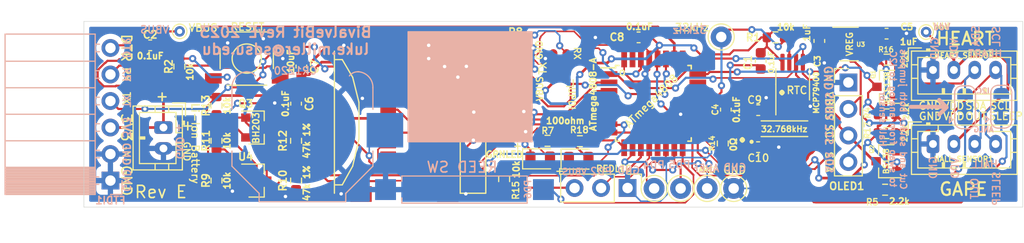
<source format=kicad_pcb>
(kicad_pcb (version 20211014) (generator pcbnew)
  (title_block (title "BivalveBit") (rev "E"))
  (layers (0 "F.Cu" signal) (31 "B.Cu" signal) (34 "B.Paste" user) (35 "F.Paste" user) (36 "B.SilkS" user "B.Silkscreen") (37 "F.SilkS" user "F.Silkscreen") (38 "B.Mask" user) (39 "F.Mask" user) (44 "Edge.Cuts" user))
  (net 0 "")
  (net 1 "GND")
  (net 2 "VBUS")
  (net 3 "/DTR")
  (net 4 "VDD")
  (net 5 "Net-(Crystal_32.768kHz1-Pad3)")
  (net 6 "Net-(Crystal_32.768kHz1-Pad2)")
  (net 7 "Net-(D1-Pad2)")
  (net 8 "/TO_FTDI_RX")
  (net 9 "/TO_FTDI_TX")
  (net 10 "/HALL_SLEEP")
  (net 11 "/HALL_OUT")
  (net 12 "/SCL1")
  (net 13 "/SDA1")
  (net 14 "/PD4")
  (net 15 "/PD5")
  (net 16 "Net-(J6-Pad3)")
  (net 17 "/PD2")
  (net 18 "/AREF")
  (net 19 "/RSV1")
  (net 20 "/MISO")
  (net 21 "/SCK")
  (net 22 "/MOSI")
  (net 23 "/CS")
  (net 24 "/RSV2")
  (net 25 "/SDA")
  (net 26 "/SCL")
  (net 27 "Net-(PROGRAM_HEADER1-Pad3)")
  (net 28 "/UPDI")
  (net 29 "Net-(Q3-Pad3)")
  (net 30 "Net-(Q3-Pad1)")
  (net 31 "/32kHz")
  (net 32 "+BATT")
  (net 33 "/BATT_MON_EN")
  (net 34 "/BATT_MONITOR")
  (net 35 "Net-(R11-Pad1)")
  (net 36 "Net-(RESET1-Pad4)")
  (net 37 "/PD6")
  (net 38 "Net-(U2-Pad25)")
  (net 39 "/VREG_EN")
  (net 40 "Net-(U2-Pad21)")
  (net 41 "Net-(U2-Pad13)")
  (net 42 "Net-(U3-Pad4)")
  (net 43 "/TO_RESET")
  (net 44 "Net-(C9-Pad2)")
  (net 45 "Net-(C10-Pad1)")
  (net 46 "Net-(U2-Pad23)")
  (net 47 "Net-(U2-Pad22)")
  (net 48 "Net-(D2-Pad2)")
  (net 49 "/GRNLED")
  (net 50 "/REDLED")
  (net 51 "/HALL_SLEEP_SCL")
  (net 52 "/HALL_OUT_SDA")
  (footprint "Capacitor_SMD:C_0603_1608Metric" (layer "F.Cu") (at 177.2031 121.8184)
    (fp_text reference "C5")
    (fp_text value "1uF")
  )
  (footprint "Capacitor_SMD:C_0603_1608Metric" (layer "F.Cu") (at 153.4541 122.174 180)
    (fp_text reference "C8")
    (fp_text value "0.1uF")
  )
  (footprint "Resistor_SMD:R_0603_1608Metric" (layer "F.Cu") (at 177.2031 124.3076)
    (fp_text reference "R16")
    (fp_text value "2.2k")
  )
  (footprint "Resistor_SMD:R_0603_1608Metric" (layer "F.Cu") (at 177.1904 131.3434)
    (fp_text reference "R17")
    (fp_text value "2.2k")
  )
  (footprint "Capacitor_SMD:C_0603_1608Metric" (layer "F.Cu") (at 165.1508 124.4219 -90)
    (fp_text reference "C1")
    (fp_text value "0.1uF")
  )
  (footprint "Capacitor_SMD:C_0603_1608Metric" (layer "F.Cu") (at 106.68 122.936)
    (fp_text reference "C2")
    (fp_text value "0.1uF")
  )
  (footprint "Capacitor_SMD:C_0603_1608Metric" (layer "F.Cu") (at 170.7642 122.5169 -90)
    (fp_text reference "C3")
    (fp_text value "1uF")
  )
  (footprint "Capacitor_SMD:C_0603_1608Metric" (layer "F.Cu") (at 161.8107 129.0955 90)
    (fp_text reference "C4")
    (fp_text value "0.1uF")
  )
  (footprint "Capacitor_SMD:C_0603_1608Metric" (layer "F.Cu") (at 120.65 128.524 -90)
    (fp_text reference "C6")
    (fp_text value "0.1uF")
  )
  (footprint "Capacitor_SMD:C_0603_1608Metric" (layer "F.Cu") (at 121.158 124.968 90)
    (fp_text reference "C7")
    (fp_text value "10uF")
  )
  (footprint "Crystal_Seiko_SSPT:OSC_SSP-T7-F" (layer "F.Cu") (at 167.4241 130.9243 90)
    (fp_text reference "Crystal_32.768kHz1")
    (fp_text value "SSP-T7-F")
  )
  (footprint "LED_SMD:LED_0805_2012Metric" (layer "F.Cu") (at 144.0307 133.8072)
    (fp_text reference "D1")
    (fp_text value "GRNLED")
  )
  (footprint "Connector_JST:JST_PH_B4B-PH-K_1x04_P2.00mm_Vertical" (layer "F.Cu") (at 181.6481 132.3848)
    (fp_text reference "HALL_SENSOR1")
    (fp_text value "Conn_01x04_Male")
  )
  (footprint "Connector_Pin:Pin_D1.0mm_L10.0mm" (layer "F.Cu") (at 154.94 136.6393)
    (fp_text reference "J4")
    (fp_text value "Conn_01x01_Male")
  )
  (footprint "Connector_Pin:Pin_D1.0mm_L10.0mm" (layer "F.Cu") (at 157.48 136.6393)
    (fp_text reference "J5")
    (fp_text value "Conn_01x01_Male")
  )
  (footprint "Connector_PinHeader_2.54mm:PinHeader_1x03_P2.54mm_Vertical" (layer "F.Cu") (at 152.4 136.6012 -90)
    (fp_text reference "J6")
    (fp_text value "Conn_01x03_Male")
  )
  (footprint "Connector_Pin:Pin_D1.0mm_L10.0mm" (layer "F.Cu") (at 160.02 136.6393)
    (fp_text reference "J7")
    (fp_text value "Conn_01x01_Male")
  )
  (footprint "MOLEX_microSD_47219-2001:MOLEX_47219-2001" (layer "F.Cu") (at 131.572 130.302 -90)
    (fp_text reference "microSD1")
    (fp_text value "47219-2001")
  )
  (footprint "Connector_PinHeader_2.54mm:PinHeader_1x04_P2.54mm_Vertical" (layer "F.Cu") (at 173.5455 126.492)
    (fp_text reference "OLED1")
    (fp_text value "Conn_01x04")
  )
  (footprint "Connector_JST:JST_PH_B2B-PH-K_1x02_P2.00mm_Vertical" (layer "F.Cu") (at 107.95 130.81 -90)
    (fp_text reference "PRIMARY_BATTERY1")
    (fp_text value "Conn_01x02")
  )
  (footprint "Connector:Tag-Connect_TC2030-IDC-NL_2x03_P1.27mm_Vertical" (layer "F.Cu") (at 145.923 124.968 90)
    (fp_text reference "PROGRAM_HEADER1")
    (fp_text value "TC2030-IDC-NL-UPDI")
  )
  (footprint "Package_TO_SOT_SMD:SOT-23" (layer "F.Cu") (at 177.2793 126.9111 180)
    (fp_text reference "Q1")
    (fp_text value "BSS138")
  )
  (footprint "Package_TO_SOT_SMD:SOT-23" (layer "F.Cu") (at 177.2031 134.0358 180)
    (fp_text reference "Q2")
    (fp_text value "BSS138")
  )
  (footprint "Package_TO_SOT_SMD:SOT-23" (layer "F.Cu") (at 116.84 130.81)
    (fp_text reference "Q3")
    (fp_text value "P-FET" hide)
  )
  (footprint "Resistor_SMD:R_0603_1608Metric" (layer "F.Cu") (at 166.561 122.174)
    (fp_text reference "R1")
    (fp_text value "10k")
  )
  (footprint "Resistor_SMD:R_0603_1608Metric" (layer "F.Cu") (at 109.474 124.968 90)
    (fp_text reference "R2")
    (fp_text value "10k")
  )
  (footprint "Resistor_SMD:R_0603_1608Metric" (layer "F.Cu") (at 141.7066 128.0033)
    (fp_text reference "R3")
    (fp_text value "100k")
  )
  (footprint "Resistor_SMD:R_0603_1608Metric" (layer "F.Cu") (at 177.2031 129.5527 180)
    (fp_text reference "R4")
    (fp_text value "2.2k")
  )
  (footprint "Resistor_SMD:R_0603_1608Metric" (layer "F.Cu") (at 177.0634 136.7663 180)
    (fp_text reference "R5")
    (fp_text value "2.2k")
  )
  (footprint "Resistor_SMD:R_0603_1608Metric" (layer "F.Cu") (at 141.669 125.222 180)
    (fp_text reference "R6")
    (fp_text value "100k")
  )
  (footprint "Resistor_SMD:R_0603_1608Metric" (layer "F.Cu") (at 144.7292 132.08 180)
    (fp_text reference "R7")
    (fp_text value "100ohm")
  )
  (footprint "Resistor_SMD:R_0603_1608Metric" (layer "F.Cu") (at 141.669 122.936 180)
    (fp_text reference "R8")
    (fp_text value "100k")
  )
  (footprint "Resistor_SMD:R_0603_1608Metric" (layer "F.Cu") (at 113.03 135.89 90)
    (fp_text reference "R9")
    (fp_text value "10k")
  )
  (footprint "Resistor_SMD:R_0603_1608Metric" (layer "F.Cu") (at 120.65 135.89 90)
    (fp_text reference "R10")
    (fp_text value "47k 1%")
  )
  (footprint "Resistor_SMD:R_0603_1608Metric" (layer "F.Cu") (at 113.03 132.08 90)
    (fp_text reference "R11")
    (fp_text value "10k")
  )
  (footprint "Resistor_SMD:R_0603_1608Metric" (layer "F.Cu") (at 120.65 132.08 90)
    (fp_text reference "R12")
    (fp_text value "47k 1%")
  )
  (footprint "Resistor_SMD:R_0603_1608Metric" (layer "F.Cu") (at 113.03 128.715 90)
    (fp_text reference "R13")
    (fp_text value "10k")
  )
  (footprint "Resistor_SMD:R_0603_1608Metric" (layer "F.Cu") (at 161.5186 132.334 -90)
    (fp_text reference "R14")
    (fp_text value "0Ω")
  )
  (footprint "Resistor_SMD:R_0603_1608Metric" (layer "F.Cu") (at 140.5763 135.7503 -90)
    (fp_text reference "R15")
    (fp_text value "10k")
  )
  (footprint "Switch_CK_PTS525SM15SMTR2:SW_PTS525SM15SMTR2LFS" (layer "F.Cu") (at 115.926 124.206)
    (fp_text reference "RESET1" hide)
    (fp_text value "PTS525SM15SMTR2LFS")
  )
  (footprint "Package_QFP:TQFP-32_7x7mm_P0.8mm" (layer "F.Cu") (at 154.872 128.492)
    (fp_text reference "U2")
    (fp_text value "ATmega4808-A")
  )
  (footprint "Package_TO_SOT_SMD:SOT-23-5" (layer "F.Cu") (at 173.5963 122.809)
    (fp_text reference "U3")
    (fp_text value "LP5907MFX-3.0" hide)
  )
  (footprint "Package_TO_SOT_SMD:SOT-23" (layer "F.Cu") (at 116.84 135.89)
    (fp_text reference "U4")
    (fp_text value "BJT_NPN" hide)
  )
  (footprint "Connector_Pin:Pin_D1.0mm_L10.0mm" (layer "F.Cu") (at 162.56 136.6393)
    (fp_text reference "J8")
    (fp_text value "Conn_01x01_Male")
  )
  (footprint "Capacitor_SMD:C_0603_1608Metric" (layer "F.Cu") (at 164.9095 129.1463 180)
    (fp_text reference "C9")
    (fp_text value "4-16pF")
  )
  (footprint "Capacitor_SMD:C_0603_1608Metric" (layer "F.Cu") (at 164.8968 132.6896)
    (fp_text reference "C10")
    (fp_text value "4-16pF")
  )
  (footprint "Package_SO:MSOP-8_3x3mm_P0.65mm" (layer "F.Cu") (at 168.2115 126.6698 90)
    (fp_text reference "RTC1")
    (fp_text value "MCP79400")
  )
  (footprint "Connector_Pin:Pin_D1.0mm_L10.0mm" (layer "F.Cu") (at 161.3662 122.1359)
    (fp_text reference "J2" hide)
    (fp_text value "Conn_01x01_Male")
  )
  (footprint "LED_SMD:LED_0805_2012Metric" (layer "F.Cu") (at 147.7137 133.8326)
    (fp_text reference "D2")
    (fp_text value "REDLED")
  )
  (footprint "Resistor_SMD:R_0603_1608Metric" (layer "F.Cu") (at 147.828 132.1181 180)
    (fp_text reference "R18")
    (fp_text value "100ohm")
  )
  (footprint "Connector_JST:JST_PH_B4B-PH-K_1x04_P2.00mm_Vertical" (layer "F.Cu") (at 181.6481 125.2982)
    (fp_text reference "HEART_SENSOR1")
    (fp_text value "Conn_01x04_Male")
  )
  (footprint "TestPoint:TestPoint_THTPad_D1.0mm_Drill0.5mm" (layer "F.Cu") (at 109.4994 121.6025)
    (fp_text reference "TP1" hide)
    (fp_text value "TestPoint_Probe")
  )
  (footprint "TestPoint:TestPoint_THTPad_D1.0mm_Drill0.5mm" (layer "F.Cu") (at 180.9877 121.666)
    (fp_text reference "TP2" hide)
    (fp_text value "TestPoint_Probe")
  )
  (footprint "Button_Switch_SMD:SW_SPST_REED_CT10-XXXX-G1" (layer "B.Cu") (at 136.779 136.7536)
    (fp_text reference "SW2" hide)
    (fp_text value "SW_Reed")
  )
  (footprint "Connector_PinSocket_2.54mm:PinSocket_1x06_P2.54mm_Horizontal" (layer "B.Cu") (at 102.87 135.89)
    (fp_text reference "FTDI1")
    (fp_text value "Conn_01x06")
  )
  (footprint "Battery:BatteryHolder_Keystone_3000_1x12mm" (layer "B.Cu") (at 121.2596 131.064)
    (fp_text reference "RTC_BATT1" hide)
    (fp_text value "Battery_Cell")
  )
  (footprint "Jumper:SolderJumper-3_P1.3mm_Bridged12_RoundedPad1.0x1.5mm" (layer "B.Cu") (at 188.1886 128.8161 90)
    (fp_text reference "JP1" hide)
    (fp_text value "SolderJumper_3_Bridged12")
  )
  (footprint "Jumper:SolderJumper-3_P1.3mm_Bridged12_RoundedPad1.0x1.5mm" (layer "B.Cu") (at 184.7215 128.8669 90)
    (fp_text reference "JP2" hide)
    (fp_text value "SolderJumper_3_Bridged12")
  )
  (gr_line (start 182.9435 128.8669) (end 182.245 128.1684) (layer "B.SilkS") (width 0.381))
  (gr_line (start 182.9054 128.8288) (end 182.9435 128.8669) (layer "B.SilkS") (width 0.127))
  (gr_line (start 179.5272 128.8288) (end 182.9054 128.8288) (layer "B.SilkS") (width 0.381))
  (gr_line (start 182.9435 128.8669) (end 182.2323 129.5781) (layer "B.SilkS") (width 0.381))
  (gr_poly (pts (xy 143.2687 132.1816) (xy 131.3688 132.1816) (xy 131.3688 121.6279) (xy 143.2687 121.6279)) (layer "B.SilkS") (width 0.1) (fill solid))
  (gr_line (start 100.33 120.65) (end 100.33 138.43) (layer "Edge.Cuts") (width 0.05))
  (gr_line (start 190.246 138.43) (end 190.246 120.65) (layer "Edge.Cuts") (width 0.05))
  (gr_line (start 100.33 120.65) (end 190.246 120.65) (layer "Edge.Cuts") (width 0.05))
  (gr_line (start 100.33 138.43) (end 190.246 138.43) (layer "Edge.Cuts") (width 0.05))
  (gr_text "PD2" (at 149.8727 135.0137) (layer "B.SilkS") (effects (font (size 0.7112 0.7112) (thickness 0.127)) (justify mirror)))
  (gr_text "VBUS" (at 147.3073 135.0518) (layer "B.SilkS") (effects (font (size 0.6096 0.6096) (thickness 0.127)) (justify mirror)))
  (gr_text "GND" (at 152.5016 134.9121) (layer "B.SilkS") (effects (font (size 0.7112 0.7112) (thickness 0.127)) (justify mirror)))
  (gr_text "AREF" (at 159.8803 134.7216) (layer "B.SilkS") (effects (font (size 0.7112 0.7112) (thickness 0.127)) (justify mirror)))
  (gr_text "PD5" (at 157.3657 134.366) (layer "B.SilkS") (effects (font (size 0.7112 0.7112) (thickness 0.127)) (justify mirror)))
  (gr_text "PD4" (at 154.9019 134.3914) (layer "B.SilkS") (effects (font (size 0.7112 0.7112) (thickness 0.127)) (justify mirror)))
  (gr_text "DTR" (at 104.394 123.19 270) (layer "B.SilkS") (effects (font (size 0.7112 0.7112) (thickness 0.127)) (justify mirror)))
  (gr_text "3V3" (at 104.394 130.81 270) (layer "B.SilkS") (effects (font (size 0.7112 0.7112) (thickness 0.127)) (justify mirror)))
  (gr_text "GND" (at 104.394 133.35 270) (layer "B.SilkS") (effects (font (size 0.7112 0.7112) (thickness 0.127)) (justify mirror)))
  (gr_text "TX" (at 104.394 128.27 270) (layer "B.SilkS") (effects (font (size 0.7112 0.7112) (thickness 0.127)) (justify mirror)))
  (gr_text "RX" (at 104.394 125.73 270) (layer "B.SilkS") (effects (font (size 0.7112 0.7112) (thickness 0.127)) (justify mirror)))
  (gr_text "+" (at 109.4359 130.8862 180) (layer "B.SilkS") (effects (font (size 0.7112 0.7112) (thickness 0.127)) (justify mirror)))
  (gr_text "GND" (at 109.5121 132.7658 270) (layer "B.SilkS") (effects (font (size 0.7112 0.7112) (thickness 0.127)) (justify mirror)))
  (gr_text "GND" (at 171.6278 126.0602 270) (layer "B.SilkS") (effects (font (size 0.762 0.762) (thickness 0.127)) (justify mirror)))
  (gr_text "VBUS" (at 171.704 128.778 270) (layer "B.SilkS") (effects (font (size 0.7112 0.7112) (thickness 0.127)) (justify mirror)))
  (gr_text "SCL" (at 171.6786 131.4831 270) (layer "B.SilkS") (effects (font (size 0.7112 0.7112) (thickness 0.127)) (justify mirror)))
  (gr_text "SDA" (at 171.7294 134.1628 270) (layer "B.SilkS") (effects (font (size 0.7112 0.7112) (thickness 0.127)) (justify mirror)))
  (gr_text "SDA" (at 185.7375 122.0343 90) (layer "B.SilkS") (effects (font (size 0.7112 0.7112) (thickness 0.127)) (justify mirror)))
  (gr_text "GND" (at 181.6735 134.6454 90) (layer "B.SilkS") (effects (font (size 0.7112 0.7112) (thickness 0.127)) (justify mirror)))
  (gr_text "OUT" (at 185.6359 136.6647 90) (layer "B.SilkS") (effects (font (size 0.7112 0.7112) (thickness 0.127)) (justify mirror)))
  (gr_text "VDD" (at 183.769 134.6962 90) (layer "B.SilkS") (effects (font (size 0.7112 0.7112) (thickness 0.127)) (justify mirror)))
  (gr_text "VDD" (at 183.6674 123.2662 90) (layer "B.SilkS") (effects (font (size 0.7112 0.7112) (thickness 0.127)) (justify mirror)))
  (gr_text "SLEEP" (at 187.7314 136.6647 90) (layer "B.SilkS") (effects (font (size 0.7112 0.7112) (thickness 0.127)) (justify mirror)))
  (gr_text "GND" (at 181.8259 123.2408 90) (layer "B.SilkS") (effects (font (size 0.7112 0.7112) (thickness 0.127)) (justify mirror)))
  (gr_text "HEART" (at 186.6519 123.7488) (layer "B.SilkS") (effects (font (size 0.7112 0.7112) (thickness 0.127)) (justify mirror)))
  (gr_text "SCL" (at 187.7187 122.0851 90) (layer "B.SilkS") (effects (font (size 0.7112 0.7112) (thickness 0.127)) (justify mirror)))
  (gr_text "HALL" (at 186.6011 134.3279) (layer "B.SilkS") (effects (font (size 0.7112 0.7112) (thickness 0.127)) (justify mirror)))
  (gr_text "I2C" (at 186.4487 127.3048) (layer "B.SilkS") (effects (font (size 0.508 0.508) (thickness 0.127)) (justify mirror)))
  (gr_text "GND" (at 104.4194 135.8773 270) (layer "B.SilkS") (effects (font (size 0.7112 0.7112) (thickness 0.127)) (justify mirror)))
  (gr_text "VBUS" (at 107.0991 121.4374) (layer "B.SilkS") (effects (font (size 0.7112 0.7112) (thickness 0.127)) (justify mirror)))
  (gr_text "32kHz" (at 158.3436 121.4628) (layer "B.SilkS") (effects (font (size 0.7112 0.7112) (thickness 0.127)) (justify mirror)))
  (gr_text "Vdd" (at 182.4863 121.158) (layer "B.SilkS") (effects (font (size 0.6096 0.6096) (thickness 0.127)) (justify mirror)))
  (gr_text "PD6" (at 142.8496 136.7282 90) (layer "B.SilkS") (effects (font (size 0.6096 0.6096) (thickness 0.127)) (justify mirror)))
  (gr_text "REED SW" (at 136.5504 134.6073) (layer "B.SilkS") (effects (font (size 1.016 1.016) (thickness 0.1524)) (justify mirror)))
  (gr_text "BivalveBit RevE 2023\nluke.miller@sdsu.edu" (at 119.6467 122.4915) (layer "B.SilkS") (effects (font (size 1.016 1.016) (thickness 0.2032)) (justify mirror)))
  (gr_text "CR1220" (at 120.5865 125.3744) (layer "B.SilkS") (effects (font (size 0.7112 0.7112) (thickness 0.127)) (justify mirror)))
  (gr_text "ANLG" (at 186.5 130.992) (layer "B.SilkS") (effects (font (size 0.508 0.508) (thickness 0.127)) (justify mirror)))
  (gr_text "Cut and solder both jumpers\nto swap from analog to I2C\nHall sensor" (at 177.8254 130.0099 -90) (layer "B.SilkS") (effects (font (size 0.6096 0.6096) (thickness 0.127)) (justify mirror)))
  (gr_text "GND" (at 162.6743 134.6454) (layer "B.SilkS") (effects (font (size 0.7112 0.7112) (thickness 0.127)) (justify mirror)))
  (gr_text "VDD" (at 183.642 129.7305) (layer "F.SilkS") (effects (font (size 0.7112 0.7112) (thickness 0.127))))
  (gr_text "SCL" (at 188.087 128.7272) (layer "F.SilkS") (effects (font (size 0.7112 0.7112) (thickness 0.127))))
  (gr_text "GND" (at 181.3687 128.7272) (layer "F.SilkS") (effects (font (size 0.7112 0.7112) (thickness 0.127))))
  (gr_text "OUT" (at 185.7756 129.7178) (layer "F.SilkS") (effects (font (size 0.7112 0.7112) (thickness 0.127))))
  (gr_text "VDD" (at 183.6166 128.7526) (layer "F.SilkS") (effects (font (size 0.7112 0.7112) (thickness 0.127))))
  (gr_text "SDA" (at 185.7502 128.7399) (layer "F.SilkS") (effects (font (size 0.7112 0.7112) (thickness 0.127))))
  (gr_text "+" (at 145.8976 134.9502) (layer "F.SilkS") (effects (font (size 0.7112 0.7112) (thickness 0.127))))
  (gr_text "+" (at 107.823 127.8001) (layer "F.SilkS") (effects (font (size 0.9652 0.9652) (thickness 0.1524))))
  (gr_text "AREF" (at 160.1089 134.8867) (layer "F.SilkS") (effects (font (size 0.508 0.508) (thickness 0.127))))
  (gr_text "+" (at 141.8717 132.5499) (layer "F.SilkS") (effects (font (size 0.7112 0.7112) (thickness 0.127))))
  (gr_text "ATmega4808" (at 154.686 128.27 45) (layer "F.SilkS") (effects (font (size 0.7112 0.7112) (thickness 0.127))))
  (gr_text "Rev E" (at 107.696 136.9822) (layer "F.SilkS") (effects (font (size 1.1684 1.1684) (thickness 0.1524))))
  (gr_text "Vdd" (at 182.4355 121.1199) (layer "F.SilkS") (effects (font (size 0.6096 0.6096) (thickness 0.127))))
  (gr_text "o" (at 151.892 125.476) (layer "F.SilkS") (effects (font (size 0.7112 0.7112) (thickness 0.127))))
  (gr_text "32.768kHz" (at 167.3987 130.9624) (layer "F.SilkS") (effects (font (size 0.5588 0.5588) (thickness 0.127))))
  (gr_text "MCP79400" (at 170.4721 127.4699 90) (layer "F.SilkS") (effects (font (size 0.508 0.508) (thickness 0.127))))
  (gr_text "." (at 163.3855 131.3815) (layer "F.SilkS") (effects (font (size 1.524 1.524) (thickness 0.381))))
  (gr_text "TX" (at 104.394 128.016 270) (layer "F.SilkS") (effects (font (size 0.7112 0.7112) (thickness 0.127))))
  (gr_text "BH203" (at 116.8146 130.8608 90) (layer "F.SilkS") (effects (font (size 0.6096 0.6096) (thickness 0.127))))
  (gr_text "GND" (at 162.6489 134.8867) (layer "F.SilkS") (effects (font (size 0.7112 0.7112) (thickness 0.127))))
  (gr_text "Li-Ion Battery" (at 110.998 132.334 270) (layer "F.SilkS") (effects (font (size 0.7112 0.7112) (thickness 0.127))))
  (gr_text "." (at 167.1828 126.8476) (layer "F.SilkS") (effects (font (size 1.524 1.524) (thickness 0.381))))
  (gr_text "SLEEP" (at 188.6204 129.7178) (layer "F.SilkS") (effects (font (size 0.7112 0.7112) (thickness 0.127))))
  (gr_text "GND" (at 104.394 135.89 -90) (layer "F.SilkS") (effects (font (size 0.9652 0.9652) (thickness 0.1524))))
  (gr_text "GAPE" (at 184.5564 136.7155) (layer "F.SilkS") (effects (font (size 1.2192 1.2192) (thickness 0.2032))))
  (gr_text "DTR" (at 104.394 123.19 -90) (layer "F.SilkS") (effects (font (size 0.9652 0.9652) (thickness 0.1524))))
  (gr_text "TX" (at 144.2847 125.1331 90) (layer "F.SilkS") (effects (font (size 0.7112 0.7112) (thickness 0.127))))
  (gr_text "VREG" (at 173.6598 122.8217 90) (layer "F.SilkS") (effects (font (size 0.6096 0.6096) (thickness 0.127))))
  (gr_text "RTC" (at 168.6179 127.2413) (layer "F.SilkS") (effects (font (size 0.7112 0.7112) (thickness 0.127))))
  (gr_text "RX" (at 147.574 123.698 -90) (layer "F.SilkS") (effects (font (size 0.6096 0.6096) (thickness 0.127))))
  (gr_text "VBUS" (at 171.704 128.7526 270) (layer "F.SilkS") (effects (font (size 0.7112 0.7112) (thickness 0.127))))
  (gr_text "VBUS" (at 143.9926 127.0889 90) (layer "F.SilkS") (effects (font (size 0.6096 0.6096) (thickness 0.127))))
  (gr_text "SCL" (at 171.704 131.4831 270) (layer "F.SilkS") (effects (font (size 0.7112 0.7112) (thickness 0.127))))
  (gr_text "RESET" (at 116.0018 121.1707) (layer "F.SilkS") (effects (font (size 0.7112 0.7112) (thickness 0.127))))
  (gr_text "VBUS" (at 111.7473 121.2596) (layer "F.SilkS") (effects (font (size 0.7112 0.7112) (thickness 0.127))))
  (gr_text "SDA" (at 171.6913 134.112 270) (layer "F.SilkS") (effects (font (size 0.7112 0.7112) (thickness 0.127))))
  (gr_text "+" (at 110.28 130.592) (layer "F.SilkS") (effects (font (size 0.9652 0.9652) (thickness 0.1524))))
  (gr_text "GND" (at 104.394 133.35 270) (layer "F.SilkS") (effects (font (size 0.7112 0.7112) (thickness 0.127))))
  (gr_text "GND" (at 171.6024 126.0729 270) (layer "F.SilkS") (effects (font (size 0.762 0.762) (thickness 0.127))))
  (gr_text "UPDI" (at 147.066 128.016 -90) (layer "F.SilkS") (effects (font (size 0.6096 0.6096) (thickness 0.127))))
  (gr_text "GND" (at 181.3941 129.7305) (layer "F.SilkS") (effects (font (size 0.7112 0.7112) (thickness 0.127))))
  (gr_text "3V3" (at 104.394 130.81 -90) (layer "F.SilkS") (effects (font (size 0.9652 0.9652) (thickness 0.1524))))
  (gr_text "HEART" (at 184.7596 122.301) (layer "F.SilkS") (effects (font (size 1.2192 1.2192) (thickness 0.2032))))
  (gr_text "GND" (at 110.18 133.102 -90) (layer "F.SilkS") (effects (font (size 0.6096 0.6096) (thickness 0.127))))
  (gr_text "RX" (at 104.394 125.73 270) (layer "F.SilkS") (effects (font (size 0.7112 0.7112) (thickness 0.127))))
  (gr_text "32kHz" (at 158.5849 121.2215) (layer "F.SilkS") (effects (font (size 0.7112 0.7112) (thickness 0.127))))
  (gr_text "GND" (at 143.9418 123.3932 90) (layer "F.SilkS") (effects (font (size 0.6096 0.6096) (thickness 0.127))))
  (gr_text "BS138" (at 177.165 134.0358 90) (layer "F.SilkS") (effects (font (size 0.508 0.508) (thickness 0.1143))))
  (segment (start 127.014 128.002) (end 127 128.016) (width 0.1524) (layer "F.Cu") (net 1))
  (segment (start 120.65 136.715) (end 120.333 136.715) (width 0.1524) (layer "F.Cu") (net 1))
  (segment (start 153.090482 122.174) (end 152.6791 122.174) (width 0.1524) (layer "F.Cu") (net 1))
  (segment (start 170.7642 123.2919) (end 171.2471 122.809) (width 0.2032) (layer "F.Cu") (net 1))
  (segment (start 126.872 123.427) (end 125.713 123.427) (width 0.2032) (layer "F.Cu") (net 1))
  (segment (start 125.713 123.427) (end 125.222 122.936) (width 0.2032) (layer "F.Cu") (net 1))
  (segment (start 154.472 125.2709) (end 154.0637 125.6792) (width 0.2032) (layer "F.Cu") (net 1))
  (segment (start 149.3266 122.174) (end 149.3139 122.1867) (width 0.1524) (layer "F.Cu") (net 1))
  (segment (start 114.62 136.84) (end 114.554 136.906) (width 0.1524) (layer "F.Cu") (net 1))
  (segment (start 115.84 136.84) (end 114.62 136.84) (width 0.2032) (layer "F.Cu") (net 1))
  (segment (start 171.24 123.7677) (end 170.7642 123.2919) (width 0.2032) (layer "F.Cu") (net 1))
  (segment (start 119.126 122.306) (end 117.5181 122.306) (width 0.1524) (layer "F.Cu") (net 1))
  (segment (start 159.122 129.692) (end 157.632 129.692) (width 0.2032) (layer "F.Cu") (net 1))
  (segment (start 145.032417 123.698) (end 144.527583 124.202834) (width 0.1524) (layer "F.Cu") (net 1))
  (segment (start 135.172 137.177) (end 136.889 137.177) (width 0.254) (layer "F.Cu") (net 1))
  (segment (start 112.726 122.306) (end 113.6954 122.306) (width 0.1524) (layer "F.Cu") (net 1))
  (segment (start 114.363 136.715) (end 114.554 136.906) (width 0.1524) (layer "F.Cu") (net 1))
  (segment (start 135.172 123.427) (end 133.841 123.427) (width 0.2032) (layer "F.Cu") (net 1))
  (segment (start 126.872 137.177) (end 124.985 137.177) (width 0.2032) (layer "F.Cu") (net 1))
  (segment (start 165.1508 125.121301) (end 164.871889 124.84239) (width 0.1524) (layer "F.Cu") (net 1))
  (segment (start 154.472 123.555518) (end 153.090482 122.174) (width 0.1524) (layer "F.Cu") (net 1))
  (segment (start 129.472 128.002) (end 127.014 128.002) (width 0.254) (layer "F.Cu") (net 1))
  (segment (start 179.0827 121.8184) (end 179.1081 121.793) (width 0.1524) (layer "F.Cu") (net 1))
  (segment (start 171.24 124.622) (end 171.24 123.7677) (width 0.2032) (layer "F.Cu") (net 1))
  (segment (start 165.6845 129.1463) (end 165.6845 127.9655) (width 0.1524) (layer "F.Cu") (net 1))
  (segment (start 120.65 129.299) (end 119.4438 129.299) (width 0.2032) (layer "F.Cu") (net 1))
  (segment (start 124.985 137.177) (end 124.968 137.16) (width 0.1524) (layer "F.Cu") (net 1))
  (segment (start 165.6845 127.9655) (end 165.6715 127.9525) (width 0.1524) (layer "F.Cu") (net 1))
  (segment (start 171.2471 122.809) (end 172.4963 122.809) (width 0.2032) (layer "F.Cu") (net 1))
  (segment (start 165.6718 132.6896) (end 166.878 132.6896) (width 0.1524) (layer "F.Cu") (net 1))
  (segment (start 133.841 123.427) (end 133.35 122.936) (width 0.2032) (layer "F.Cu") (net 1))
  (segment (start 164.871889 124.84239) (end 162.230366 124.84239) (width 0.2032) (layer "F.Cu") (net 1))
  (segment (start 169.8963 128.7823) (end 169.9006 128.778) (width 0.1524) (layer "F.Cu") (net 1))
  (segment (start 117.5181 122.306) (end 117.5131 122.301) (width 0.1524) (layer "F.Cu") (net 1))
  (segment (start 113.03 136.715) (end 114.363 136.715) (width 0.2032) (layer "F.Cu") (net 1))
  (segment (start 154.472 124.242) (end 154.472 125.2709) (width 0.2032) (layer "F.Cu") (net 1))
  (segment (start 120.333 136.715) (end 119.634 137.414) (width 0.2032) (layer "F.Cu") (net 1))
  (segment (start 136.889 137.177) (end 136.906 137.16) (width 0.1524) (layer "F.Cu") (net 1))
  (segment (start 161.8107 128.3205) (end 160.4392 129.692) (width 0.2032) (layer "F.Cu") (net 1))
  (segment (start 121.158 124.193) (end 119.393 124.193) (width 0.1524) (layer "F.Cu") (net 1))
  (segment (start 119.393 124.193) (end 119.38 124.206) (width 0.1524) (layer "F.Cu") (net 1))
  (segment (start 152.6791 122.174) (end 149.3266 122.174) (width 0.2032) (layer "F.Cu") (net 1))
  (segment (start 177.9781 121.8184) (end 179.0827 121.8184) (width 0.2032) (layer "F.Cu") (net 1))
  (segment (start 145.288 123.698) (end 145.032417 123.698) (width 0.1524) (layer "F.Cu") (net 1))
  (segment (start 154.472 124.242) (end 154.472 123.555518) (width 0.1524) (layer "F.Cu") (net 1))
  (segment (start 113.6954 122.306) (end 114.0968 122.7074) (width 0.1524) (layer "F.Cu") (net 1))
  (segment (start 157.632 129.692) (end 157.48 129.54) (width 0.1524) (layer "F.Cu") (net 1))
  (segment (start 169.1865 128.7823) (end 169.8963 128.7823) (width 0.2032) (layer "F.Cu") (net 1))
  (segment (start 119.4438 129.299) (end 118.6053 128.4605) (width 0.2032) (layer "F.Cu") (net 1))
  (segment (start 160.4392 129.692) (end 159.122 129.692) (width 0.2032) (layer "F.Cu") (net 1))
  (via (at 162.230366 124.84239) (size 0.6858) (drill 0.3302) (layers "F.Cu" "B.Cu") (net 1))
  (via (at 117.5131 122.301) (size 0.6858) (drill 0.3302) (layers "F.Cu" "B.Cu") (net 1))
  (via (at 169.9006 128.778) (size 0.6858) (drill 0.3302) (layers "F.Cu" "B.Cu") (net 1))
  (via (at 179.1081 121.793) (size 0.6858) (drill 0.3302) (layers "F.Cu" "B.Cu") (net 1))
  (via (at 133.35 122.936) (size 0.6858) (drill 0.3302) (layers "F.Cu" "B.Cu") (net 1))
  (via (at 125.222 122.936) (size 0.6858) (drill 0.3302) (layers "F.Cu" "B.Cu") (net 1))
  (via (at 171.24 124.622) (size 0.6858) (drill 0.3302) (layers "F.Cu" "B.Cu") (net 1))
  (via (at 154.0637 125.6792) (size 0.6858) (drill 0.3302) (layers "F.Cu" "B.Cu") (net 1))
  (via (at 119.38 124.206) (size 0.6858) (drill 0.3302) (layers "F.Cu" "B.Cu") (net 1))
  (via (at 114.0968 122.7074) (size 0.6858) (drill 0.3302) (layers "F.Cu" "B.Cu") (net 1))
  (via (at 144.527583 124.202834) (size 0.6858) (drill 0.3302) (layers "F.Cu" "B.Cu") (net 1))
  (via (at 149.3139 122.1867) (size 0.6858) (drill 0.3302) (layers "F.Cu" "B.Cu") (net 1))
  (via (at 157.48 129.54) (size 0.6858) (drill 0.3302) (layers "F.Cu" "B.Cu") (net 1))
  (via (at 166.878 132.6896) (size 0.6858) (drill 0.3302) (layers "F.Cu" "B.Cu") (net 1))
  (via (at 136.906 137.16) (size 0.6858) (drill 0.3302) (layers "F.Cu" "B.Cu") (net 1))
  (via (at 124.968 137.16) (size 0.6858) (drill 0.3302) (layers "F.Cu" "B.Cu") (net 1))
  (via (at 165.6715 127.9525) (size 0.6858) (drill 0.3302) (layers "F.Cu" "B.Cu") (net 1))
  (via (at 127 128.016) (size 0.6858) (drill 0.3302) (layers "F.Cu" "B.Cu") (net 1))
  (via (at 119.634 137.414) (size 0.6858) (drill 0.3302) (layers "F.Cu" "B.Cu") (net 1))
  (via (at 114.554 136.906) (size 0.6858) (drill 0.3302) (layers "F.Cu" "B.Cu") (net 1))
  (via (at 118.6053 128.4605) (size 0.6858) (drill 0.3302) (layers "F.Cu" "B.Cu") (net 1))
  (segment (start 170.827699 127.850901) (end 169.9006 128.778) (width 0.2032) (layer "B.Cu") (net 1))
  (segment (start 171.24 124.622) (end 170.827699 125.034301) (width 0.2032) (layer "B.Cu") (net 1))
  (segment (start 148.7747 122.1867) (end 147.79 121.202) (width 0.1524) (layer "B.Cu") (net 1))
  (segment (start 160.439101 132.499101) (end 160.439101 133.268721) (width 0.1524) (layer "B.Cu") (net 1))
  (segment (start 102.87 135.89) (end 102.87 133.35) (width 0.1524) (layer "B.Cu") (net 1))
  (segment (start 107.95 132.81) (end 106.522 132.81) (width 0.1524) (layer "B.Cu") (net 1))
  (segment (start 157.48 129.54) (end 155.448 129.54) (width 0.2032) (layer "B.Cu") (net 1))
  (segment (start 126.956 121.202) (end 125.222 122.936) (width 0.1524) (layer "B.Cu") (net 1))
  (segment (start 160.020862 133.68696) (end 156.49504 133.68696) (width 0.1524) (layer "B.Cu") (net 1))
  (segment (start 164.3126 135.255) (end 166.878 132.6896) (width 0.1524) (layer "B.Cu") (net 1))
  (segment (start 165.6715 127.9525) (end 163.8173 127.9525) (width 0.1524) (layer "B.Cu") (net 1))
  (segment (start 162.230366 126.365566) (end 162.230366 124.84239) (width 0.2032) (layer "B.Cu") (net 1))
  (segment (start 157.48 129.54) (end 160.439101 132.499101) (width 0.1524) (layer "B.Cu") (net 1))
  (segment (start 155.448 129.54) (end 154.0637 128.1557) (width 0.2032) (layer "B.Cu") (net 1))
  (segment (start 160.439101 133.268721) (end 160.020862 133.68696) (width 0.1524) (layer "B.Cu") (net 1))
  (segment (start 164.3126 136.6393) (end 164.3126 135.255) (width 0.1524) (layer "B.Cu") (net 1))
  (segment (start 105.982 133.35) (end 102.87 133.35) (width 0.1524) (layer "B.Cu") (net 1))
  (segment (start 127 128.016) (end 127 124.714) (width 0.1524) (layer "B.Cu") (net 1))
  (segment (start 155.529729 137.867901) (end 153.666701 137.867901) (width 0.1524) (layer "B.Cu") (net 1))
  (segment (start 127 124.714) (end 125.222 122.936) (width 0.1524) (layer "B.Cu") (net 1))
  (segment (start 156.49504 133.68696) (end 156.11 134.072) (width 0.1524) (layer "B.Cu") (net 1))
  (segment (start 153.666701 137.867901) (end 152.4 136.6012) (width 0.1524) (layer "B.Cu") (net 1))
  (segment (start 156.168111 136.130599) (end 156.168111 137.229519) (width 0.1524) (layer "B.Cu") (net 1))
  (segment (start 162.56 136.6393) (end 164.3126 136.6393) (width 0.1524) (layer "B.Cu") (net 1))
  (segment (start 149.3139 122.1867) (end 148.7747 122.1867) (width 0.1524) (layer "B.Cu") (net 1))
  (segment (start 154.0637 128.1557) (end 154.0637 125.6792) (width 0.2032) (layer "B.Cu") (net 1))
  (segment (start 179.1081 121.793) (end 181.6481 124.333) (width 0.2032) (layer "B.Cu") (net 1))
  (segment (start 156.168111 137.229519) (end 155.529729 137.867901) (width 0.1524) (layer "B.Cu") (net 1))
  (segment (start 156.11 134.072) (end 156.11 136.072488) (width 0.1524) (layer "B.Cu") (net 1))
  (segment (start 156.11 136.072488) (end 156.168111 136.130599) (width 0.1524) (layer "B.Cu") (net 1))
  (segment (start 163.8173 127.9525) (end 162.230366 126.365566) (width 0.1524) (layer "B.Cu") (net 1))
  (segment (start 106.522 132.81) (end 105.982 133.35) (width 0.1524) (layer "B.Cu") (net 1))
  (segment (start 107.95 132.81) (end 108.236 132.81) (width 0.1524) (layer "B.Cu") (net 1))
  (segment (start 181.6481 124.333) (end 181.6481 125.2982) (width 0.1524) (layer "B.Cu") (net 1))
  (segment (start 147.79 121.202) (end 126.956 121.202) (width 0.2032) (layer "B.Cu") (net 1))
  (segment (start 170.827699 125.034301) (end 170.827699 127.850901) (width 0.2032) (layer "B.Cu") (net 1))
  (segment (start 152.4 136.6012) (end 152.4762 136.6012) (width 0.1524) (layer "B.Cu") (net 1))
  (segment (start 142.494 126.238) (end 143.51 126.238) (width 0.254) (layer "F.Cu") (net 2))
  (segment (start 178.8668 130.3782) (end 178.8536 130.3782) (width 0.1524) (layer "F.Cu") (net 2))
  (segment (start 159.3596 123.7996) (end 158.75 123.19) (width 0.2032) (layer "F.Cu") (net 2))
  (segment (start 165.2143 122.174) (end 163.9703 123.418) (width 0.2032) (layer "F.Cu") (net 2))
  (segment (start 178.0281 130.0833) (end 177.2031 130.9083) (width 0.2032) (layer "F.Cu") (net 2))
  (segment (start 166.5107 121.3993) (end 170.4216 121.3993) (width 0.2032) (layer "F.Cu") (net 2))
  (segment (start 109.474 125.793) (end 108.458399 126.808601) (width 0.2032) (layer "F.Cu") (net 2))
  (segment (start 140.716 128.016) (end 142.494 126.238) (width 0.254) (layer "F.Cu") (net 2))
  (segment (start 109.474 126.492) (end 109.22 126.746) (width 0.254) (layer "F.Cu") (net 2))
  (segment (start 143.103589 122.936) (end 143.357589 123.19) (width 0.254) (layer "F.Cu") (net 2))
  (segment (start 161.8107 129.8705) (end 161.1892 130.492) (width 0.2032) (layer "F.Cu") (net 2))
  (segment (start 102.377671 124.625999) (end 102.58177 124.4219) (width 0.2032) (layer "F.Cu") (net 2))
  (segment (start 141.9751 134.9253) (end 142.4704 134.43) (width 0.2032) (layer "F.Cu") (net 2))
  (segment (start 121.158 125.743) (end 121.158 127.241) (width 0.254) (layer "F.Cu") (net 2))
  (segment (start 142.494 125.222) (end 143.510008 125.222) (width 0.254) (layer "F.Cu") (net 2))
  (segment (start 102.235 126.8603) (end 101.6508 126.2761) (width 0.2032) (layer "F.Cu") (net 2))
  (segment (start 143.51 126.238) (end 142.494 125.222) (width 0.254) (layer "F.Cu") (net 2))
  (segment (start 143.0932 132.936666) (end 142.57668 132.420146) (width 0.2032) (layer "F.Cu") (net 2))
  (segment (start 106.9594 122.0724) (end 107.202098 122.0724) (width 0.2032) (layer "F.Cu") (net 2))
  (segment (start 154.686 122.174) (end 155.448 122.936) (width 0.2032) (layer "F.Cu") (net 2))
  (segment (start 114.4963 130.4163) (end 114.70639 130.62639) (width 0.2032) (layer "F.Cu") (net 2))
  (segment (start 121.907 125.743) (end 121.158 125.743) (width 0.254) (layer "F.Cu") (net 2))
  (segment (start 136.144 125.984) (end 138.7221 125.984) (width 0.254) (layer "F.Cu") (net 2))
  (segment (start 172.3792 121.7419) (end 172.4963 121.859) (width 0.2032) (layer "F.Cu") (net 2))
  (segment (start 112.5601 130.4163) (end 114.4963 130.4163) (width 0.2032) (layer "F.Cu") (net 2))
  (segment (start 162.1784 123.7996) (end 159.3596 123.7996) (width 0.2032) (layer "F.Cu") (net 2))
  (segment (start 133.007101 124.548899) (end 123.101101 124.548899) (width 0.254) (layer "F.Cu") (net 2))
  (segment (start 113.171 127.749) (end 113.03 127.89) (width 0.2032) (layer "F.Cu") (net 2))
  (segment (start 120.65 127.749) (end 113.171 127.749) (width 0.254) (layer "F.Cu") (net 2))
  (segment (start 165.736 122.174) (end 166.5107 121.3993) (width 0.2032) (layer "F.Cu") (net 2))
  (segment (start 155.272 124.242) (end 155.272 123.112) (width 0.2032) (layer "F.Cu") (net 2))
  (segment (start 133.35 124.206) (end 133.007101 124.548899) (width 0.254) (layer "F.Cu") (net 2))
  (segment (start 162.56 123.418) (end 162.1784 123.7996) (width 0.2032) (layer "F.Cu") (net 2))
  (segment (start 129.202 129.932) (end 129.472 130.202) (width 0.254) (layer "F.Cu") (net 2))
  (segment (start 145.8364 134.7724) (end 144.0584 134.7724) (width 0.1524) (layer "F.Cu") (net 2))
  (segment (start 101.6508 125.315278) (end 102.340079 124.625999) (width 0.2032) (layer "F.Cu") (net 2))
  (segment (start 140.4112 124.2695) (end 141.5415 124.2695) (width 0.254) (layer "F.Cu") (net 2))
  (segment (start 163.9703 123.418) (end 162.56 123.418) (width 0.2032) (layer "F.Cu") (net 2))
  (segment (start 112.1156 128.8044) (end 112.1156 129.9718) (width 0.2032) (layer "F.Cu") (net 2))
  (segment (start 174.7266 127.8509) (end 174.7266 125.0823) (width 0.2032) (layer "F.Cu") (net 2))
  (segment (start 145.288 126.238) (end 145.288 126.492) (width 0.2032) (layer "F.Cu") (net 2))
  (segment (start 111.252 126.746) (end 112.396 127.89) (width 0.254) (layer "F.Cu") (net 2))
  (segment (start 102.340079 124.625999) (end 102.377671 124.625999) (width 0.2032) (layer "F.Cu") (net 2))
  (segment (start 120.65 127.749) (end 122.833 129.932) (width 0.254) (layer "F.Cu") (net 2))
  (segment (start 101.6508 126.2761) (end 101.6508 125.315278) (width 0.2032) (layer "F.Cu") (net 2))
  (segment (start 113.03 127.89) (end 112.1156 128.8044) (width 0.2032) (layer "F.Cu") (net 2))
  (segment (start 174.713899 129.400299) (end 174.713899 129.539999) (width 0.2032) (layer "F.Cu") (net 2))
  (segment (start 155.646178 128.552) (end 157.586178 130.492) (width 0.2032) (layer "F.Cu") (net 2))
  (segment (start 102.87 130.81) (end 107.95 130.81) (width 0.254) (layer "F.Cu") (net 2))
  (segment (start 140.3731 124.3076) (end 140.4112 124.2695) (width 0.254) (layer "F.Cu") (net 2))
  (segment (start 143.0932 133.8072) (end 142.4704 134.43) (width 0.2032) (layer "F.Cu") (net 2))
  (segment (start 174.1424 124.4981) (end 174.5996 124.9553) (width 0.2032) (layer "F.Cu") (net 2))
  (segment (start 141.201874 128.016) (end 142.460812 129.274938) (width 0.254) (layer "F.Cu") (net 2))
  (segment (start 157.586178 130.492) (end 159.122 130.492) (width 0.2032) (layer "F.Cu") (net 2))
  (segment (start 165.736 123.0568) (end 165.736 123.0617) (width 0.2032) (layer "F.Cu") (net 2))
  (segment (start 122.833 129.932) (end 129.202 129.932) (width 0.254) (layer "F.Cu") (net 2))
  (segment (start 107.95 128.016) (end 109.22 126.746) (width 0.254) (layer "F.Cu") (net 2))
  (segment (start 103.425321 126.808601) (end 103.373622 126.8603) (width 0.2032) (layer "F.Cu") (net 2))
  (segment (start 109.22 126.746) (end 111.252 126.746) (width 0.254) (layer "F.Cu") (net 2))
  (segment (start 114.70639 130.62639) (end 115.84 131.76) (width 0.2032) (layer "F.Cu") (net 2))
  (segment (start 144.0584 134.7724) (end 143.0932 133.8072) (width 0.2032) (layer "F.Cu") (net 2))
  (segment (start 121.158 127.241) (end 120.65 127.749) (width 0.254) (layer "F.Cu") (net 2))
  (segment (start 105.881681 124.268601) (end 106.6546 123.495682) (width 0.2032) (layer "F.Cu") (net 2))
  (segment (start 107.671998 121.6025) (end 109.4994 121.6025) (width 0.2032) (layer "F.Cu") (net 2))
  (segment (start 123.101101 124.548899) (end 121.907 125.743) (width 0.254) (layer "F.Cu") (net 2))
  (segment (start 173.7614 124.4981) (end 174.1424 124.4981) (width 0.2032) (layer "F.Cu") (net 2))
  (segment (start 173.7614 122.4417) (end 173.7614 124.4981) (width 0.2032) (layer "F.Cu") (net 2))
  (segment (start 145.288 126.492) (end 144.526 127.254) (width 0.254) (layer "F.Cu") (net 2))
  (segment (start 138.7221 125.984) (end 140.3731 124.333) (width 0.254) (layer "F.Cu") (net 2))
  (segment (start 177.2031 130.9083) (end 177.2031 133.9858) (width 0.2032) (layer "F.Cu") (net 2))
  (segment (start 140.3731 124.333) (end 140.3731 124.3076) (width 0.254) (layer "F.Cu") (net 2))
  (segment (start 147.828 125.73) (end 148.926 124.632) (width 0.254) (layer "F.Cu") (net 2))
  (segment (start 154.2291 122.174) (end 154.686 122.174) (width 0.2032) (layer "F.Cu") (net 2))
  (segment (start 165.736 123.0568) (end 167.2365 124.5573) (width 0.2032) (layer "F.Cu") (net 2))
  (segment (start 103.5685 124.4219) (end 103.721799 124.268601) (width 0.2032) (layer "F.Cu") (net 2))
  (segment (start 155.2194 124.2946) (end 155.272 124.242) (width 0.2032) (layer "F.Cu") (net 2))
  (segment (start 172.4963 121.859) (end 173.1787 121.859) (width 0.2032) (layer "F.Cu") (net 2))
  (segment (start 106.6546 122.3772) (end 106.9594 122.0724) (width 0.2032) (layer "F.Cu") (net 2))
  (segment (start 165.736 122.174) (end 165.2143 122.174) (width 0.2032) (layer "F.Cu") (net 2))
  (segment (start 178.8536 130.3782) (end 178.0281 129.5527) (width 0.254) (layer "F.Cu") (net 2))
  (segment (start 140.5763 134.9253) (end 141.9751 134.9253) (width 0.2032) (layer "F.Cu") (net 2))
  (segment (start 155.2194 125.704601) (end 155.2194 124.2946) (width 0.2032) (layer "F.Cu") (net 2))
  (segment (start 173.1787 121.859) (end 173.7614 122.4417) (width 0.2032) (layer "F.Cu") (net 2))
  (segment (start 107.95 130.81) (end 107.95 128.016) (width 0.254) (layer "F.Cu") (net 2))
  (segment (start 174.713899 129.539999) (end 175.5521 130.3782) (width 0.2032) (layer "F.Cu") (net 2))
  (segment (start 170.7642 121.7419) (end 172.3792 121.7419) (width 0.2032) (layer "F.Cu") (net 2))
  (segment (start 145.288 126.238) (end 143.51 126.238) (width 0.254) (layer "F.Cu") (net 2))
  (segment (start 165.736 123.0617) (end 165.1508 123.6469) (width 0.2032) (layer "F.Cu") (net 2))
  (segment (start 150.45 124.632) (end 150.8506 124.2314) (width 0.254) (layer "F.Cu") (net 2))
  (segment (start 174.713899 128.084579) (end 174.713899 129.400299) (width 0.2032) (layer "F.Cu") (net 2))
  (segment (start 146.7762 133.8326) (end 145.8364 134.7724) (width 0.2032) (layer "F.Cu") (net 2))
  (segment (start 173.5455 129.032) (end 174.7266 127.8509) (width 0.2032) (layer "F.Cu") (net 2))
  (segment (start 165.736 122.174) (end 165.736 123.0568) (width 0.2032) (layer "F.Cu") (net 2))
  (segment (start 107.202098 122.0724) (end 107.671998 121.6025) (width 0.2032) (layer "F.Cu") (net 2))
  (segment (start 177.2031 136.081) (end 177.8884 136.7663) (width 0.2032) (layer "F.Cu") (net 2))
  (segment (start 106.6546 123.495682) (end 106.6546 122.3772) (width 0.2032) (layer "F.Cu") (net 2))
  (segment (start 178.0281 129.5527) (end 178.0281 130.0833) (width 0.254) (layer "F.Cu") (net 2))
  (segment (start 177.2031 133.9858) (end 177.2031 136.081) (width 0.2032) (layer "F.Cu") (net 2))
  (segment (start 161.1892 130.492) (end 159.122 130.492) (width 0.2032) (layer "F.Cu") (net 2))
  (segment (start 143.0932 133.8072) (end 143.0932 132.936666) (width 0.2032) (layer "F.Cu") (net 2))
  (segment (start 170.4216 121.3993) (end 170.7642 121.7419) (width 0.2032) (layer "F.Cu") (net 2))
  (segment (start 174.7266 125.0823) (end 174.5996 124.9553) (width 0.2032) (layer "F.Cu") (net 2))
  (segment (start 112.1156 129.9718) (end 112.5601 130.4163) (width 0.2032) (layer "F.Cu") (net 2))
  (segment (start 155.6 128.552) (end 155.646178 128.552) (width 0.2032) (layer "F.Cu") (net 2))
  (segment (start 174.7266 127.8509) (end 174.7266 128.071878) (width 0.1524) (layer "F.Cu") (net 2))
  (segment (start 155.272 123.112) (end 155.448 122.936) (width 0.2032) (layer "F.Cu") (net 2))
  (segment (start 142.494 122.936) (end 143.103589 122.936) (width 0.254) (layer "F.Cu") (net 2))
  (segment (start 112.396 127.89) (end 113.03 127.89) (width 0.254) (layer "F.Cu") (net 2))
  (segment (start 148.926 124.632) (end 150.45 124.632) (width 0.254) (layer "F.Cu") (net 2))
  (segment (start 103.373622 126.8603) (end 102.235 126.8603) (width 0.2032) (layer "F.Cu") (net 2))
  (segment (start 141.5415 124.2695) (end 142.494 125.222) (width 0.254) (layer "F.Cu") (net 2))
  (segment (start 108.458399 126.808601) (end 103.425321 126.808601) (width 0.2032) (layer "F.Cu") (net 2))
  (segment (start 140.716 128.016) (end 141.201874 128.016) (width 0.254) (layer "F.Cu") (net 2))
  (segment (start 109.474 125.793) (end 109.474 126.492) (width 0.254) (layer "F.Cu") (net 2))
  (segment (start 102.58177 124.4219) (end 103.5685 124.4219) (width 0.2032) (layer "F.Cu") (net 2))
  (segment (start 103.721799 124.268601) (end 105.881681 124.268601) (width 0.2032) (layer "F.Cu") (net 2))
  (segment (start 174.7266 128.071878) (end 174.713899 128.084579) (width 0.1524) (layer "F.Cu") (net 2))
  (via (at 144.526 127.254) (size 0.6858) (drill 0.3302) (layers "F.Cu" "B.Cu") (net 2))
  (via (at 155.2194 125.704601) (size 0.6858) (drill 0.3302) (layers "F.Cu" "B.Cu") (net 2))
  (via (at 136.144 125.984) (size 0.6858) (drill 0.3302) (layers "F.Cu" "B.Cu") (net 2))
  (via (at 143.357589 123.19) (size 0.6858) (drill 0.3302) (layers "F.Cu" "B.Cu") (net 2))
  (via (at 158.75 123.19) (size 0.6858) (drill 0.3302) (layers "F.Cu" "B.Cu") (net 2))
  (via (at 142.57668 132.420146) (size 0.6858) (drill 0.3302) (layers "F.Cu" "B.Cu") (net 2))
  (via (at 175.5521 130.3782) (size 0.6858) (drill 0.3302) (layers "F.Cu" "B.Cu") (net 2))
  (via (at 133.35 124.206) (size 0.6858) (drill 0.3302) (layers "F.Cu" "B.Cu") (net 2))
  (via (at 155.6 128.552) (size 0.6858) (drill 0.3302) (layers "F.Cu" "B.Cu") (net 2))
  (via (at 147.828 125.73) (size 0.6858) (drill 0.3302) (layers "F.Cu" "B.Cu") (net 2))
  (via (at 150.8506 124.2314) (size 0.6858) (drill 0.3302) (layers "F.Cu" "B.Cu") (net 2))
  (via (at 142.460812 129.274938) (size 0.6858) (drill 0.3302) (layers "F.Cu" "B.Cu") (net 2))
  (via (at 155.448 122.936) (size 0.6858) (drill 0.3302) (layers "F.Cu" "B.Cu") (net 2))
  (via (at 143.510008 125.222) (size 0.6858) (drill 0.3302) (layers "F.Cu" "B.Cu") (net 2))
  (via (at 178.8668 130.3782) (size 0.6858) (drill 0.3302) (layers "F.Cu" "B.Cu") (net 2))
  (segment (start 155.6 128.552) (end 155.2194 128.1714) (width 0.2032) (layer "B.Cu") (net 2))
  (segment (start 155.448 122.936) (end 158.496 122.936) (width 0.2032) (layer "B.Cu") (net 2))
  (segment (start 142.460812 129.274938) (end 141.9606 129.77515) (width 0.2032) (layer "B.Cu") (net 2))
  (segment (start 134.762 125.984) (end 133.35 124.572) (width 0.254) (layer "B.Cu") (net 2))
  (segment (start 155.2194 128.1714) (end 155.2194 125.704601) (width 0.2032) (layer "B.Cu") (net 2))
  (segment (start 144.526 127.254) (end 144.526 128.016) (width 0.254) (layer "B.Cu") (net 2))
  (segment (start 136.144 125.984) (end 134.762 125.984) (width 0.254) (layer "B.Cu") (net 2))
  (segment (start 154.1526 124.2314) (end 150.8506 124.2314) (width 0.254) (layer "B.Cu") (net 2))
  (segment (start 143.357589 123.19) (end 143.357589 125.069581) (width 0.254) (layer "B.Cu") (net 2))
  (segment (start 155.448 122.936) (end 154.1526 124.2314) (width 0.254) (layer "B.Cu") (net 2))
  (segment (start 175.5521 130.3782) (end 178.4096 130.3782) (width 0.254) (layer "B.Cu") (net 2))
  (segment (start 141.9606 131.804066) (end 142.57668 132.420146) (width 0.2032) (layer "B.Cu") (net 2))
  (segment (start 144.526 128.016) (end 145.034 128.524) (width 0.254) (layer "B.Cu") (net 2))
  (segment (start 146.812 128.524) (end 147.574 127.762) (width 0.254) (layer "B.Cu") (net 2))
  (segment (start 158.496 122.936) (end 158.75 123.19) (width 0.2032) (layer "B.Cu") (net 2))
  (segment (start 141.9606 129.77515) (end 141.9606 131.804066) (width 0.2032) (layer "B.Cu") (net 2))
  (segment (start 145.034 128.524) (end 146.812 128.524) (width 0.254) (layer "B.Cu") (net 2))
  (segment (start 143.357589 125.069581) (end 143.510008 125.222) (width 0.2032) (layer "B.Cu") (net 2))
  (segment (start 147.574 127.762) (end 147.574 125.984) (width 0.254) (layer "B.Cu") (net 2))
  (segment (start 147.574 125.984) (end 147.828 125.73) (width 0.254) (layer "B.Cu") (net 2))
  (segment (start 178.4096 130.3782) (end 178.8668 130.3782) (width 0.254) (layer "B.Cu") (net 2))
  (segment (start 133.35 124.572) (end 133.35 124.206) (width 0.254) (layer "B.Cu") (net 2))
  (segment (start 105.905 122.936) (end 103.124 122.936) (width 0.2032) (layer "F.Cu") (net 3))
  (segment (start 103.124 122.936) (end 102.87 123.19) (width 0.1524) (layer "F.Cu") (net 3))
  (segment (start 161.757 131.509) (end 161.5186 131.509) (width 0.1524) (layer "F.Cu") (net 4))
  (segment (start 175.0695 134.3787) (end 173.7995 135.6487) (width 0.254) (layer "F.Cu") (net 4))
  (segment (start 176.3875 121.859) (end 176.4281 121.8184) (width 0.1524) (layer "F.Cu") (net 4))
  (segment (start 175.3997 132.2451) (end 175.4637 132.2451) (width 0.1524) (layer "F.Cu") (net 4))
  (segment (start 182.7657 123.444) (end 182.92569 123.60399) (width 0.254) (layer "F.Cu") (net 4))
  (segment (start 177.165 130.017) (end 177.165 129.846948) (width 0.2032) (layer "F.Cu") (net 4))
  (segment (start 183.6481 132.3848) (end 188.82 127.2129) (width 0.254) (layer "F.Cu") (net 4))
  (segment (start 176.535452 130.646548) (end 177.165 130.017) (width 0.2032) (layer "F.Cu") (net 4))
  (segment (start 188.82 127.2129) (end 188.82 124.652) (width 0.254) (layer "F.Cu") (net 4))
  (segment (start 162.33 134.25278) (end 162.55752 134.4803) (width 0.1524) (layer "F.Cu") (net 4))
  (segment (start 183.6481 125.2982) (end 183.6481 124.2708) (width 0.254) (layer "F.Cu") (net 4))
  (segment (start 169.749007 134.4803) (end 170.330379 133.898928) (width 0.1524) (layer "F.Cu") (net 4))
  (segment (start 183.6481 124.2708) (end 182.98129 123.60399) (width 0.254) (layer "F.Cu") (net 4))
  (segment (start 178.2031 134.9858) (end 178.2031 134.1026) (width 0.254) (layer "F.Cu") (net 4))
  (segment (start 188.15 123.982) (end 184.9643 123.982) (width 0.254) (layer "F.Cu") (net 4))
  (segment (start 177.546 123.444) (end 182.7657 123.444) (width 0.254) (layer "F.Cu") (net 4))
  (segment (start 177.165 127.9017) (end 177.94909 127.9017) (width 0.254) (layer "F.Cu") (net 4))
  (segment (start 177.546 123.444) (end 177.165 123.825) (width 0.2032) (layer "F.Cu") (net 4))
  (segment (start 162.33 132.082) (end 161.757 131.509) (width 0.2032) (layer "F.Cu") (net 4))
  (segment (start 182.92569 123.60399) (end 180.9877 121.666) (width 0.2032) (layer "F.Cu") (net 4))
  (segment (start 176.3654 131.3434) (end 176.3654 130.646548) (width 0.2032) (layer "F.Cu") (net 4))
  (segment (start 175.4637 132.2451) (end 176.3654 131.3434) (width 0.2032) (layer "F.Cu") (net 4))
  (segment (start 176.3654 130.646548) (end 176.535452 130.646548) (width 0.2032) (layer "F.Cu") (net 4))
  (segment (start 174.6963 121.859) (end 176.3875 121.859) (width 0.254) (layer "F.Cu") (net 4))
  (segment (start 162.33 132.542) (end 162.33 134.25278) (width 0.2032) (layer "F.Cu") (net 4))
  (segment (start 188.82 124.652) (end 188.15 123.982) (width 0.254) (layer "F.Cu") (net 4))
  (segment (start 177.165 125.222) (end 177.165 125.0945) (width 0.1524) (layer "F.Cu") (net 4))
  (segment (start 162.55752 134.4803) (end 169.749007 134.4803) (width 0.1524) (layer "F.Cu") (net 4))
  (segment (start 177.165 129.846948) (end 177.165 127.9017) (width 0.2032) (layer "F.Cu") (net 4))
  (segment (start 173.7995 135.6487) (end 170.7134 135.6487) (width 0.254) (layer "F.Cu") (net 4))
  (segment (start 184.9643 123.982) (end 183.6481 125.2982) (width 0.254) (layer "F.Cu") (net 4))
  (segment (start 182.98129 123.60399) (end 182.92569 123.60399) (width 0.1524) (layer "F.Cu") (net 4))
  (segment (start 176.3781 124.3076) (end 176.3781 121.8684) (width 0.254) (layer "F.Cu") (net 4))
  (segment (start 162.33 132.542) (end 162.33 132.082) (width 0.2032) (layer "F.Cu") (net 4))
  (segment (start 176.3781 121.8684) (end 176.4281 121.8184) (width 0.1524) (layer "F.Cu") (net 4))
  (segment (start 177.165 125.0945) (end 176.3781 124.3076) (width 0.254) (layer "F.Cu") (net 4))
  (segment (start 177.165 123.825) (end 177.165 125.222) (width 0.2032) (layer "F.Cu") (net 4))
  (via (at 177.165 127.9017) (size 0.6858) (drill 0.3302) (layers "F.Cu" "B.Cu") (net 4))
  (via (at 170.7134 135.6487) (size 0.6858) (drill 0.3302) (layers "F.Cu" "B.Cu") (net 4))
  (via (at 170.330379 133.898928) (size 0.6858) (drill 0.3302) (layers "F.Cu" "B.Cu") (net 4))
  (via (at 175.3997 132.2451) (size 0.6858) (drill 0.3302) (layers "F.Cu" "B.Cu") (net 4))
  (via (at 178.2031 134.1026) (size 0.6858) (drill 0.3302) (layers "F.Cu" "B.Cu") (net 4))
  (via (at 175.0695 134.3787) (size 0.6858) (drill 0.3302) (layers "F.Cu" "B.Cu") (net 4))
  (via (at 177.165 125.222) (size 0.6858) (drill 0.3302) (layers "F.Cu" "B.Cu") (net 4))
  (segment (start 178.2031 134.1026) (end 177.2572 134.1026) (width 0.254) (layer "B.Cu") (net 4))
  (segment (start 177.2572 134.1026) (end 175.3997 132.2451) (width 0.254) (layer "B.Cu") (net 4))
  (segment (start 175.0695 132.5753) (end 175.3997 132.2451) (width 0.254) (layer "B.Cu") (net 4))
  (segment (start 177.165 127.9017) (end 177.165 125.222) (width 0.254) (layer "B.Cu") (net 4))
  (segment (start 170.330379 133.898928) (end 170.7134 134.281949) (width 0.254) (layer "B.Cu") (net 4))
  (segment (start 170.7134 134.281949) (end 170.7134 135.6487) (width 0.254) (layer "B.Cu") (net 4))
  (segment (start 175.0695 134.3787) (end 175.0695 132.5753) (width 0.254) (layer "B.Cu") (net 4))
  (segment (start 143.9042 132.7432) (end 144.9682 133.8072) (width 0.1524) (layer "F.Cu") (net 7))
  (segment (start 143.9042 132.08) (end 143.9042 132.7432) (width 0.1524) (layer "F.Cu") (net 7))
  (segment (start 145.899202 122.973514) (end 145.899202 123.039202) (width 0.1524) (layer "F.Cu") (net 8))
  (segment (start 103.719999 124.880001) (end 102.87 125.73) (width 0.2032) (layer "F.Cu") (net 8))
  (segment (start 121.720141 124.927) (end 124.687219 121.959922) (width 0.254) (layer "F.Cu") (net 8))
  (segment (start 117.859344 124.952) (end 117.722043 125.089301) (width 0.2032) (layer "F.Cu") (net 8))
  (segment (start 117.722043 125.089301) (end 113.131245 125.089301) (width 0.2032) (layer "F.Cu") (net 8))
  (segment (start 121.69 124.952) (end 117.859344 124.952) (width 0.2032) (layer "F.Cu") (net 8))
  (segment (start 153.672 125.2073) (end 153.2001 125.6792) (width 0.2032) (layer "F.Cu") (net 8))
  (segment (start 145.899202 123.039202) (end 146.558 123.698) (width 0.1524) (layer "F.Cu") (net 8))
  (segment (start 121.715 124.927) (end 121.69 124.952) (width 0.2032) (layer "F.Cu") (net 8))
  (segment (start 147.804601 123.213399) (end 147.32 123.698) (width 0.1524) (layer "F.Cu") (net 8))
  (segment (start 147.804601 123.213399) (end 149.616699 123.213399) (width 0.1524) (layer "F.Cu") (net 8))
  (segment (start 113.106334 125.06439) (end 112.921945 124.880001) (width 0.2032) (layer "F.Cu") (net 8))
  (segment (start 112.921945 124.880001) (end 103.719999 124.880001) (width 0.2032) (layer "F.Cu") (net 8))
  (segment (start 147.32 123.698) (end 146.558 123.698) (width 0.1524) (layer "F.Cu") (net 8))
  (segment (start 113.131245 125.089301) (end 113.106334 125.06439) (width 0.2032) (layer "F.Cu") (net 8))
  (segment (start 153.672 124.242) (end 153.672 125.2073) (width 0.2032) (layer "F.Cu") (net 8))
  (segment (start 121.715 124.927) (end 121.720141 124.927) (width 0.254) (layer "F.Cu") (net 8))
  (segment (start 124.687219 121.959922) (end 143.497479 121.959922) (width 0.254) (layer "F.Cu") (net 8))
  (segment (start 149.616699 123.213399) (end 150.0378 123.6345) (width 0.1524) (layer "F.Cu") (net 8))
  (via (at 143.497479 121.959922) (size 0.6858) (drill 0.3302) (layers "F.Cu" "B.Cu") (net 8))
  (via (at 145.899202 122.973514) (size 0.6858) (drill 0.3302) (layers "F.Cu" "B.Cu") (net 8))
  (via (at 153.2001 125.6792) (size 0.6858) (drill 0.3302) (layers "F.Cu" "B.Cu") (net 8))
  (via (at 150.0378 123.6345) (size 0.6858) (drill 0.3302) (layers "F.Cu" "B.Cu") (net 8))
  (segment (start 151.2472 125.6792) (end 153.2001 125.6792) (width 0.2032) (layer "B.Cu") (net 8))
  (segment (start 145.44 121.552) (end 143.905401 121.552) (width 0.1524) (layer "B.Cu") (net 8))
  (segment (start 150.0378 124.4698) (end 151.2472 125.6792) (width 0.2032) (layer "B.Cu") (net 8))
  (segment (start 150.0378 123.6345) (end 150.0378 124.4698) (width 0.2032) (layer "B.Cu") (net 8))
  (segment (start 145.899202 122.011202) (end 145.44 121.552) (width 0.1524) (layer "B.Cu") (net 8))
  (segment (start 143.905401 121.552) (end 143.497479 121.959922) (width 0.1524) (layer "B.Cu") (net 8))
  (segment (start 145.899202 122.973514) (end 145.899202 122.011202) (width 0.1524) (layer "B.Cu") (net 8))
  (segment (start 142.996929 123.863099) (end 143.675099 123.863099) (width 0.1524) (layer "F.Cu") (net 9))
  (segment (start 118.87949 123.0884) (end 122.4026 123.0884) (width 0.2032) (layer "F.Cu") (net 9))
  (segment (start 147.2741 121.602) (end 148.580689 122.908589) (width 0.1524) (layer "F.Cu") (net 9))
  (segment (start 136.96 124.952) (end 138.048901 123.863099) (width 0.2032) (layer "F.Cu") (net 9))
  (segment (start 144.06849 122.10541) (end 144.5719 121.602) (width 0.1524) (layer "F.Cu") (net 9))
  (segment (start 114.12 126.962) (end 116.2684 126.962) (width 0.2032) (layer "F.Cu") (net 9))
  (segment (start 103.632 129.032) (end 102.87 128.27) (width 0.2032) (layer "F.Cu") (net 9))
  (segment (start 148.580689 122.908589) (end 152.490989 122.908589) (width 0.1524) (layer "F.Cu") (net 9))
  (segment (start 117.475 124.49289) (end 118.87949 123.0884) (width 0.2032) (layer "F.Cu") (net 9))
  (segment (start 143.99 122.274934) (end 144.06849 122.196444) (width 0.1524) (layer "F.Cu") (net 9))
  (segment (start 143.84783 124.714) (end 142.996929 123.863099) (width 0.1524) (layer "F.Cu") (net 9))
  (segment (start 143.99 123.548198) (end 143.99 122.274934) (width 0.1524) (layer "F.Cu") (net 9))
  (segment (start 143.675099 123.863099) (end 143.99 123.548198) (width 0.1524) (layer "F.Cu") (net 9))
  (segment (start 116.2684 126.962) (end 117.475 125.7554) (width 0.2032) (layer "F.Cu") (net 9))
  (segment (start 144.526 124.968) (end 144.272 124.714) (width 0.1524) (layer "F.Cu") (net 9))
  (segment (start 144.5719 121.602) (end 147.2741 121.602) (width 0.1524) (layer "F.Cu") (net 9))
  (segment (start 138.048901 123.863099) (end 142.996929 123.863099) (width 0.2032) (layer "F.Cu") (net 9))
  (segment (start 144.272 124.714) (end 143.84783 124.714) (width 0.1524) (layer "F.Cu") (net 9))
  (segment (start 144.06849 122.196444) (end 144.06849 122.10541) (width 0.1524) (layer "F.Cu") (net 9))
  (segment (start 106.172 129.032) (end 103.632 129.032) (width 0.2032) (layer "F.Cu") (net 9))
  (segment (start 152.490989 122.908589) (end 152.872 123.2896) (width 0.1524) (layer "F.Cu") (net 9))
  (segment (start 152.872 123.2896) (end 152.872 124.242) (width 0.1524) (layer "F.Cu") (net 9))
  (segment (start 123.5329 124.968) (end 134.874 124.968) (width 0.2032) (layer "F.Cu") (net 9))
  (segment (start 123.4059 125.095) (end 123.5329 124.968) (width 0.2032) (layer "F.Cu") (net 9))
  (segment (start 145.288 124.968) (end 144.526 124.968) (width 0.1524) (layer "F.Cu") (net 9))
  (via (at 106.172 129.032) (size 0.6858) (drill 0.3302) (layers "F.Cu" "B.Cu") (net 9))
  (via (at 122.4026 123.0884) (size 0.6858) (drill 0.3302) (layers "F.Cu" "B.Cu") (net 9))
  (via (at 123.4059 125.1839) (size 0.6858) (drill 0.3302) (layers "F.Cu" "B.Cu") (net 9))
  (via (at 114.12 126.962) (size 0.6858) (drill 0.3302) (layers "F.Cu" "B.Cu") (net 9))
  (via (at 134.874 124.968) (size 0.6858) (drill 0.3302) (layers "F.Cu" "B.Cu") (net 9))
  (via (at 117.475 125.7554) (size 0.6858) (drill 0.3302) (layers "F.Cu" "B.Cu") (net 9))
  (via (at 136.96 124.952) (size 0.6858) (drill 0.3302) (layers "F.Cu" "B.Cu") (net 9))
  (via (at 117.475 124.49289) (size 0.6858) (drill 0.3302) (layers "F.Cu" "B.Cu") (net 9))
  (segment (start 136.96 124.952) (end 136.944 124.968) (width 0.2032) (layer "B.Cu") (net 9))
  (segment (start 114.12 126.962) (end 112.05 129.032) (width 0.2032) (layer "B.Cu") (net 9))
  (segment (start 136.944 124.968) (end 134.874 124.968) (width 0.2032) (layer "B.Cu") (net 9))
  (segment (start 122.4026 123.0884) (end 122.4026 124.1806) (width 0.2032) (layer "B.Cu") (net 9))
  (segment (start 117.475 125.7554) (end 117.475 124.49289) (width 0.2032) (layer "B.Cu") (net 9))
  (segment (start 112.05 129.032) (end 106.172 129.032) (width 0.2032) (layer "B.Cu") (net 9))
  (segment (start 122.4026 124.1806) (end 123.4059 125.1839) (width 0.2032) (layer "B.Cu") (net 9))
  (segment (start 170.417386 137.982) (end 170.23 137.982) (width 0.1524) (layer "F.Cu") (net 10))
  (segment (start 159.337499 135.410699) (end 158.580058 134.653258) (width 0.1524) (layer "F.Cu") (net 10))
  (segment (start 170.23 137.982) (end 167.658699 135.410699) (width 0.1524) (layer "F.Cu") (net 10))
  (segment (start 184.344 137.982) (end 170.417386 137.982) (width 0.2032) (layer "F.Cu") (net 10))
  (segment (start 158.581817 132.193817) (end 157.68 131.292) (width 0.2032) (layer "F.Cu") (net 10))
  (segment (start 188.2902 134.0358) (end 184.344 137.982) (width 0.2032) (layer "F.Cu") (net 10))
  (segment (start 158.610299 132.193817) (end 158.581817 132.193817) (width 0.2032) (layer "F.Cu") (net 10))
  (segment (start 158.610299 133.953898) (end 158.610299 132.193817) (width 0.2032) (layer "F.Cu") (net 10))
  (segment (start 158.580058 133.984139) (end 158.610299 133.953898) (width 0.1524) (layer "F.Cu") (net 10))
  (segment (start 167.658699 135.410699) (end 159.337499 135.410699) (width 0.1524) (layer "F.Cu") (net 10))
  (segment (start 157.68 131.292) (end 150.622 131.292) (width 0.2032) (layer "F.Cu") (net 10))
  (segment (start 158.580058 134.653258) (end 158.580058 133.984139) (width 0.1524) (layer "F.Cu") (net 10))
  (via (at 188.2902 134.0358) (size 0.6858) (drill 0.3302) (layers "F.Cu" "B.Cu") (net 10))
  (segment (start 188.1886 130.1161) (end 188.1886 131.1106) (width 0.2032) (layer "B.Cu") (net 10))
  (segment (start 188.69 133.636) (end 188.2902 134.0358) (width 0.2032) (layer "B.Cu") (net 10))
  (segment (start 188.69 131.612) (end 188.69 133.636) (width 0.2032) (layer "B.Cu") (net 10))
  (segment (start 188.1886 131.1106) (end 188.69 131.612) (width 0.2032) (layer "B.Cu") (net 10))
  (segment (start 159.98301 135.089911) (end 159.15156 134.258461) (width 0.1524) (layer "F.Cu") (net 11))
  (segment (start 167.956363 135.089911) (end 159.98301 135.089911) (width 0.1524) (layer "F.Cu") (net 11))
  (segment (start 156.718 134.874) (end 154.8003 134.874) (width 0.2032) (layer "F.Cu") (net 11))
  (segment (start 152.872 132.742) (end 152.872 133.377862) (width 0.1524) (layer "F.Cu") (net 11))
  (segment (start 152.872 133.377862) (end 152.141931 134.107931) (width 0.1524) (layer "F.Cu") (net 11))
  (segment (start 184.0992 134.7724) (end 181.3096 137.562) (width 0.2032) (layer "F.Cu") (net 11))
  (segment (start 181.3096 137.562) (end 170.428452 137.562) (width 0.2032) (layer "F.Cu") (net 11))
  (segment (start 170.428452 137.562) (end 167.956363 135.089911) (width 0.1524) (layer "F.Cu") (net 11))
  (via (at 152.141931 134.107931) (size 0.6858) (drill 0.3302) (layers "F.Cu" "B.Cu") (net 11))
  (via (at 184.0992 134.7724) (size 0.6858) (drill 0.3302) (layers "F.Cu" "B.Cu") (net 11))
  (via (at 159.15156 134.258461) (size 0.6858) (drill 0.3302) (layers "F.Cu" "B.Cu") (net 11))
  (via (at 156.718 134.874) (size 0.6858) (drill 0.3302) (layers "F.Cu" "B.Cu") (net 11))
  (via (at 154.8003 134.874) (size 0.6858) (drill 0.3302) (layers "F.Cu" "B.Cu") (net 11))
  (segment (start 156.718 134.874) (end 157.333539 134.258461) (width 0.2032) (layer "B.Cu") (net 11))
  (segment (start 154.034231 134.107931) (end 154.8003 134.874) (width 0.2032) (layer "B.Cu") (net 11))
  (segment (start 152.141931 134.107931) (end 154.034231 134.107931) (width 0.2032) (layer "B.Cu") (net 11))
  (segment (start 184.7215 134.1501) (end 184.0992 134.7724) (width 0.2032) (layer "B.Cu") (net 11))
  (segment (start 157.333539 134.258461) (end 159.15156 134.258461) (width 0.2032) (layer "B.Cu") (net 11))
  (segment (start 184.7215 130.1669) (end 184.7215 134.1501) (width 0.2032) (layer "B.Cu") (net 11))
  (segment (start 178.0154 131.3434) (end 178.3068 131.052) (width 0.2032) (layer "F.Cu") (net 12))
  (segment (start 178.0154 132.8981) (end 178.2031 133.0858) (width 0.1524) (layer "F.Cu") (net 12))
  (segment (start 178.3068 131.052) (end 181.8943 131.052) (width 0.2032) (layer "F.Cu") (net 12))
  (segment (start 178.0154 131.3434) (end 178.0154 132.8981) (width 0.2032) (layer "F.Cu") (net 12))
  (segment (start 181.8943 131.052) (end 187.6481 125.2982) (width 0.2032) (layer "F.Cu") (net 12))
  (segment (start 188.1886 127.5161) (end 188.1886 125.8387) (width 0.2032) (layer "B.Cu") (net 12))
  (segment (start 188.1886 125.8387) (end 187.6481 125.2982) (width 0.2032) (layer "B.Cu") (net 12))
  (segment (start 184.3543 126.592) (end 185.6481 125.2982) (width 0.2032) (layer "F.Cu") (net 13))
  (segment (start 178.0281 124.3076) (end 178.0281 125.7099) (width 0.2032) (layer "F.Cu") (net 13))
  (segment (start 178.2793 125.9611) (end 178.9102 126.592) (width 0.2032) (layer "F.Cu") (net 13))
  (segment (start 178.0281 125.7099) (end 178.2793 125.9611) (width 0.1524) (layer "F.Cu") (net 13))
  (segment (start 178.9102 126.592) (end 184.3543 126.592) (width 0.2032) (layer "F.Cu") (net 13))
  (segment (start 184.7215 127.5669) (end 184.7215 126.2248) (width 0.2032) (layer "B.Cu") (net 13))
  (segment (start 184.7215 126.2248) (end 185.6481 125.2982) (width 0.2032) (layer "B.Cu") (net 13))
  (segment (start 154.228799 134.599679) (end 154.228799 135.928099) (width 0.1524) (layer "F.Cu") (net 14))
  (segment (start 156.072 132.742) (end 156.072 133.587936) (width 0.1524) (layer "F.Cu") (net 14))
  (segment (start 154.228799 135.928099) (end 154.94 136.6393) (width 0.1524) (layer "F.Cu") (net 14))
  (segment (start 154.707783 134.120695) (end 154.228799 134.599679) (width 0.1524) (layer "F.Cu") (net 14))
  (segment (start 155.539241 134.120695) (end 154.707783 134.120695) (width 0.1524) (layer "F.Cu") (net 14))
  (segment (start 156.072 133.587936) (end 155.539241 134.120695) (width 0.1524) (layer "F.Cu") (net 14))
  (segment (start 156.862044 133.611841) (end 156.872 133.601885) (width 0.2032) (layer "F.Cu") (net 15))
  (segment (start 157.48 134.71473) (end 156.862044 134.096774) (width 0.2032) (layer "F.Cu") (net 15))
  (segment (start 156.872 132.742) (end 156.872 133.601885) (width 0.2032) (layer "F.Cu") (net 15))
  (segment (start 157.48 136.6393) (end 157.48 134.71473) (width 0.2032) (layer "F.Cu") (net 15))
  (segment (start 156.862044 134.096774) (end 156.862044 133.611841) (width 0.2032) (layer "F.Cu") (net 15))
  (segment (start 147.2941 136.5753) (end 147.32 136.6012) (width 0.1524) (layer "F.Cu") (net 16))
  (segment (start 140.5763 136.5753) (end 147.2941 136.5753) (width 0.2032) (layer "F.Cu") (net 16))
  (segment (start 140.8562 136.6012) (end 140.614909 136.359909) (width 0.1524) (layer "F.Cu") (net 16))
  (segment (start 152.68686 135.522599) (end 154.472 133.737459) (width 0.1524) (layer "F.Cu") (net 17))
  (segment (start 149.86 136.6012) (end 150.938601 135.522599) (width 0.1524) (layer "F.Cu") (net 17))
  (segment (start 154.472 132.742) (end 154.472 133.737459) (width 0.1524) (layer "F.Cu") (net 17))
  (segment (start 150.938601 135.522599) (end 152.68686 135.522599) (width 0.1524) (layer "F.Cu") (net 17))
  (segment (start 159.122 133.2013) (end 160.1851 134.2644) (width 0.2032) (layer "F.Cu") (net 18))
  (segment (start 161.8234 133.159) (end 160.989 133.159) (width 0.2032) (layer "F.Cu") (net 18))
  (segment (start 160.989 133.159) (end 159.122 131.292) (width 0.2032) (layer "F.Cu") (net 18))
  (segment (start 159.122 131.292) (end 159.122 133.2013) (width 0.2032) (layer "F.Cu") (net 18))
  (via (at 160.1851 134.2644) (size 0.6858) (drill 0.3302) (layers "F.Cu" "B.Cu") (net 18))
  (segment (start 160.02 136.6393) (end 160.02 134.4295) (width 0.1524) (layer "B.Cu") (net 18))
  (segment (start 160.02 134.4295) (end 160.1851 134.2644) (width 0.1524) (layer "B.Cu") (net 18))
  (segment (start 137.849482 122.936) (end 140.844 122.936) (width 0.2032) (layer "F.Cu") (net 19))
  (segment (start 129.472 125.802) (end 134.983482 125.802) (width 0.2032) (layer "F.Cu") (net 19))
  (segment (start 134.983482 125.802) (end 137.849482 122.936) (width 0.2032) (layer "F.Cu") (net 19))
  (segment (start 149.314 127.292) (end 150.622 127.292) (width 0.1524) (layer "F.Cu") (net 20))
  (segment (start 146.29 130.042) (end 146.564 130.042) (width 0.1524) (layer "F.Cu") (net 20))
  (segment (start 146.29 130.042) (end 133.344 130.042) (width 0.2032) (layer "F.Cu") (net 20))
  (segment (start 130.204 126.902) (end 129.472 126.902) (width 0.2032) (layer "F.Cu") (net 20))
  (segment (start 133.344 130.042) (end 130.204 126.902) (width 0.2032) (layer "F.Cu") (net 20))
  (segment (start 146.564 130.042) (end 149.314 127.292) (width 0.1524) (layer "F.Cu") (net 20))
  (segment (start 149.022 128.092) (end 146.60881 130.50519) (width 0.1524) (layer "F.Cu") (net 21))
  (segment (start 131.77759 130.50519) (end 130.3744 129.102) (width 0.2032) (layer "F.Cu") (net 21))
  (segment (start 146.60881 130.50519) (end 131.77759 130.50519) (width 0.2032) (layer "F.Cu") (net 21))
  (segment (start 130.3744 129.102) (end 129.472 129.102) (width 0.2032) (layer "F.Cu") (net 21))
  (segment (start 150.622 128.092) (end 149.022 128.092) (width 0.1524) (layer "F.Cu") (net 21))
  (segment (start 149.5 126.492) (end 150.622 126.492) (width 0.2032) (layer "F.Cu") (net 22))
  (segment (start 142.534626 131.302) (end 142.633313 131.203313) (width 0.1524) (layer "F.Cu") (net 22))
  (segment (start 129.472 131.302) (end 142.534626 131.302) (width 0.2032) (layer "F.Cu") (net 22))
  (segment (start 143.628 129.54) (end 146.452 129.54) (width 0.2032) (layer "F.Cu") (net 22))
  (segment (start 143.44 129.352) (end 143.628 129.54) (width 0.2032) (layer "F.Cu") (net 22))
  (segment (start 146.452 129.54) (end 149.5 126.492) (width 0.2032) (layer "F.Cu") (net 22))
  (via (at 143.44 129.352) (size 0.6858) (drill 0.3302) (layers "F.Cu" "B.Cu") (net 22))
  (via (at 142.633313 131.203313) (size 0.6858) (drill 0.3302) (layers "F.Cu" "B.Cu") (net 22))
  (segment (start 143.44 130.396626) (end 142.633313 131.203313) (width 0.2032) (layer "B.Cu") (net 22))
  (segment (start 143.44 129.352) (end 143.44 130.396626) (width 0.2032) (layer "B.Cu") (net 22))
  (segment (start 138.335199 134.130601) (end 128.539119 134.130601) (width 0.1524) (layer "F.Cu") (net 23))
  (segment (start 147.127598 130.912) (end 143.732864 130.912) (width 0.2032) (layer "F.Cu") (net 23))
  (segment (start 140.617156 131.848644) (end 138.335199 134.130601) (width 0.1524) (layer "F.Cu") (net 23))
  (segment (start 147.229598 130.81) (end 147.127598 130.912) (width 0.2032) (layer "F.Cu") (net 23))
  (segment (start 149.147598 128.892) (end 147.229598 130.81) (width 0.2032) (layer "F.Cu") (net 23))
  (segment (start 143.732864 130.912) (end 142.79622 131.848644) (width 0.1524) (layer "F.Cu") (net 23))
  (segment (start 128.539119 134.130601) (end 128.493399 134.084881) (width 0.1524) (layer "F.Cu") (net 23))
  (segment (start 150.622 128.892) (end 149.147598 128.892) (width 0.2032) (layer "F.Cu") (net 23))
  (segment (start 142.79622 131.848644) (end 140.617156 131.848644) (width 0.1524) (layer "F.Cu") (net 23))
  (segment (start 129.010518 132.402) (end 129.472 132.402) (width 0.1524) (layer "F.Cu") (net 23))
  (segment (start 128.493399 132.919119) (end 129.010518 132.402) (width 0.1524) (layer "F.Cu") (net 23))
  (segment (start 128.493399 134.084881) (end 128.493399 132.919119) (width 0.1524) (layer "F.Cu") (net 23))
  (segment (start 137.67 129.332) (end 137.9014 129.332) (width 0.2032) (layer "F.Cu") (net 24))
  (segment (start 140.844 126.3894) (end 140.844 125.222) (width 0.2032) (layer "F.Cu") (net 24))
  (segment (start 137.6299 132.022) (end 136.1499 133.502) (width 0.2032) (layer "F.Cu") (net 24))
  (segment (start 136.1499 133.502) (end 129.472 133.502) (width 0.2032) (layer "F.Cu") (net 24))
  (segment (start 137.9014 129.332) (end 140.844 126.3894) (width 0.2032) (layer "F.Cu") (net 24))
  (via (at 137.67 129.332) (size 0.6858) (drill 0.3302) (layers "F.Cu" "B.Cu") (net 24))
  (via (at 137.6299 132.022) (size 0.6858) (drill 0.3302) (layers "F.Cu" "B.Cu") (net 24))
  (segment (start 137.67 129.5634) (end 137.67 129.332) (width 0.1524) (layer "B.Cu") (net 24))
  (segment (start 137.6299 132.022) (end 137.6299 129.6035) (width 0.2032) (layer "B.Cu") (net 24))
  (segment (start 137.6299 129.6035) (end 137.67 129.5634) (width 0.1524) (layer "B.Cu") (net 24))
  (segment (start 171.610846 126.237994) (end 172.766275 125.082565) (width 0.2032) (layer "F.Cu") (net 25))
  (segment (start 152.899278 126.402) (end 156.978489 126.402) (width 0.2032) (layer "F.Cu") (net 25))
  (segment (start 156.978489 126.402) (end 159.121518 124.258971) (width 0.2032) (layer "F.Cu") (net 25))
  (segment (start 175.3362 125.968) (end 176.2793 126.9111) (width 0.2032) (layer "F.Cu") (net 25))
  (segment (start 175.44 128.372) (end 175.4378 128.3698) (width 0.2032) (layer "F.Cu") (net 25))
  (segment (start 152.072 124.242) (end 152.072 125.574722) (width 0.1524) (layer "F.Cu") (net 25))
  (segment (start 175.4378 127.49529) (end 176.02199 126.9111) (width 0.2032) (layer "F.Cu") (net 25))
  (segment (start 159.121518 124.206) (end 162.7759 124.206) (width 0.2032) (layer "F.Cu") (net 25))
  (segment (start 175.3362 125.8189) (end 175.3362 125.968) (width 0.2032) (layer "F.Cu") (net 25))
  (segment (start 159.121518 124.258971) (end 159.121518 124.206) (width 0.2032) (layer "F.Cu") (net 25))
  (segment (start 169.1865 125.651634) (end 169.77286 126.237994) (width 0.2032) (layer "F.Cu") (net 25))
  (segment (start 172.766275 125.082565) (end 173.251208 125.082565) (width 0.2032) (layer "F.Cu") (net 25))
  (segment (start 175.4378 128.3698) (end 175.4378 127.49529) (width 0.2032) (layer "F.Cu") (net 25))
  (segment (start 169.1894 123.063) (end 169.1894 124.5544) (width 0.1524) (layer "F.Cu") (net 25))
  (segment (start 169.77286 126.237994) (end 171.610846 126.237994) (width 0.2032) (layer "F.Cu") (net 25))
  (segment (start 175.44 128.5135) (end 175.44 128.372) (width 0.2032) (layer "F.Cu") (net 25))
  (segment (start 176.02199 126.9111) (end 176.2793 126.9111) (width 0.2032) (layer "F.Cu") (net 25))
  (segment (start 176.3781 129.5527) (end 176.3781 129.4516) (width 0.1524) (layer "F.Cu") (net 25))
  (segment (start 169.1865 124.5573) (end 169.1865 125.651634) (width 0.2032) (layer "F.Cu") (net 25))
  (segment (start 152.072 125.574722) (end 152.899278 126.402) (width 0.2032) (layer "F.Cu") (net 25))
  (segment (start 169.1894 124.5544) (end 169.1865 124.5573) (width 0.1524) (layer "F.Cu") (net 25))
  (segment (start 176.3781 129.4516) (end 175.44 128.5135) (width 0.2032) (layer "F.Cu") (net 25))
  (via (at 162.7759 124.206) (size 0.6858) (drill 0.3302) (layers "F.Cu" "B.Cu") (net 25))
  (via (at 175.3362 125.8189) (size 0.6858) (drill 0.3302) (layers "F.Cu" "B.Cu") (net 25))
  (via (at 175.44 128.372) (size 0.6858) (drill 0.3302) (layers "F.Cu" "B.Cu") (net 25))
  (via (at 173.251208 125.082565) (size 0.6858) (drill 0.3302) (layers "F.Cu" "B.Cu") (net 25))
  (via (at 169.1894 123.063) (size 0.6858) (drill 0.3302) (layers "F.Cu" "B.Cu") (net 25))
  (segment (start 173.5455 133.253478) (end 173.5455 134.112) (width 0.2032) (layer "B.Cu") (net 25))
  (segment (start 174.8536 128.9584) (end 174.8536 131.945378) (width 0.2032) (layer "B.Cu") (net 25))
  (segment (start 174.8536 131.945378) (end 173.5455 133.253478) (width 0.2032) (layer "B.Cu") (net 25))
  (segment (start 175.3362 125.8189) (end 174.599865 125.082565) (width 0.2032) (layer "B.Cu") (net 25))
  (segment (start 168.0464 124.206) (end 162.7759 124.206) (width 0.2032) (layer "B.Cu") (net 25))
  (segment (start 169.1894 123.063) (end 168.0464 124.206) (width 0.2032) (layer "B.Cu") (net 25))
  (segment (start 174.599865 125.082565) (end 173.251208 125.082565) (width 0.2032) (layer "B.Cu") (net 25))
  (segment (start 175.44 128.372) (end 174.8536 128.9584) (width 0.2032) (layer "B.Cu") (net 25))
  (segment (start 167.660826 126.0602) (end 168.5365 125.184526) (width 0.1524) (layer "F.Cu") (net 26))
  (segment (start 168.5365 124.5573) (end 168.5365 125.783222) (width 0.2032) (layer "F.Cu") (net 26))
  (segment (start 173.5455 131.572) (end 176.0093 134.0358) (width 0.254) (layer "F.Cu") (net 26))
  (segment (start 176.2031 134.0358) (end 176.2031 136.731) (width 0.254) (layer "F.Cu") (net 26))
  (segment (start 160.6918 126.0602) (end 167.660826 126.0602) (width 0.1524) (layer "F.Cu") (net 26))
  (segment (start 156.99 127.032) (end 152.68 127.032) (width 0.2032) (layer "F.Cu") (net 26))
  (segment (start 176.2031 136.731) (end 176.2384 136.7663) (width 0.1524) (layer "F.Cu") (net 26))
  (segment (start 168.5365 125.783222) (end 172.695501 129.942223) (width 0.2032) (layer "F.Cu") (net 26))
  (segment (start 172.695501 129.942223) (end 172.695501 130.722001) (width 0.2032) (layer "F.Cu") (net 26))
  (segment (start 168.5365 125.184526) (end 168.5365 124.5573) (width 0.1524) (layer "F.Cu") (net 26))
  (segment (start 168.5365 124.5573) (end 168.5365 125.3698) (width 0.1524) (layer "F.Cu") (net 26))
  (segment (start 160.58 126.172) (end 160.6918 126.0602) (width 0.1524) (layer "F.Cu") (net 26))
  (segment (start 151.34 125.692) (end 150.622 125.692) (width 0.2032) (layer "F.Cu") (net 26))
  (segment (start 172.695501 130.722001) (end 173.5455 131.572) (width 0.2032) (layer "F.Cu") (net 26))
  (segment (start 176.0093 134.0358) (end 176.2031 134.0358) (width 0.1524) (layer "F.Cu") (net 26))
  (segment (start 152.68 127.032) (end 151.34 125.692) (width 0.2032) (layer "F.Cu") (net 26))
  (via (at 160.58 126.172) (size 0.6858) (drill 0.3302) (layers "F.Cu" "B.Cu") (net 26))
  (via (at 156.99 127.032) (size 0.6858) (drill 0.3302) (layers "F.Cu" "B.Cu") (net 26))
  (segment (start 156.99 127.032) (end 157.97449 126.04751) (width 0.2032) (layer "B.Cu") (net 26))
  (segment (start 157.97449 126.04751) (end 160.45551 126.04751) (width 0.2032) (layer "B.Cu") (net 26))
  (segment (start 160.45551 126.04751) (end 160.58 126.172) (width 0.2032) (layer "B.Cu") (net 26))
  (segment (start 146.951699 126.631699) (end 146.558 126.238) (width 0.2032) (layer "F.Cu") (net 28))
  (segment (start 146.304 128.778) (end 146.951699 128.130301) (width 0.2032) (layer "F.Cu") (net 28))
  (segment (start 144.78 128.778) (end 146.304 128.778) (width 0.2032) (layer "F.Cu") (net 28))
  (segment (start 144.018 128.016) (end 144.78 128.778) (width 0.2032) (layer "F.Cu") (net 28))
  (segment (start 156.072 125.630102) (end 156.108398 125.6665) (width 0.1524) (layer "F.Cu") (net 28))
  (segment (start 155.93 127.622) (end 155.91 127.602) (width 0.2032) (layer "F.Cu") (net 28))
  (segment (start 156.072 124.242) (end 156.072 125.630102) (width 0.2032) (layer "F.Cu") (net 28))
  (segment (start 142.366 128.016) (end 144.018 128.016) (width 0.2032) (layer "F.Cu") (net 28))
  (segment (start 148.221699 126.631699) (end 148.336 126.746) (width 0.1524) (layer "F.Cu") (net 28))
  (segment (start 155.93 127.622) (end 155.94 127.632) (width 0.1524) (layer "F.Cu") (net 28))
  (segment (start 146.951699 128.130301) (end 146.951699 126.631699) (width 0.2032) (layer "F.Cu") (net 28))
  (segment (start 155.91 127.602) (end 152.62 127.602) (width 0.2032) (layer "F.Cu") (net 28))
  (segment (start 155.94 127.632) (end 155.97 127.632) (width 0.1524) (layer "F.Cu") (net 28))
  (segment (start 146.951699 126.631699) (end 148.221699 126.631699) (width 0.2032) (layer "F.Cu") (net 28))
  (segment (start 152.62 127.602) (end 152.45 127.772) (width 0.2032) (layer "F.Cu") (net 28))
  (via (at 148.336 126.746) (size 0.6858) (drill 0.3302) (layers "F.Cu" "B.Cu") (net 28))
  (via (at 156.108398 125.6665) (size 0.6858) (drill 0.3302) (layers "F.Cu" "B.Cu") (net 28))
  (via (at 155.97 127.632) (size 0.6858) (drill 0.3302) (layers "F.Cu" "B.Cu") (net 28))
  (via (at 152.45 127.772) (size 0.6858) (drill 0.3302) (layers "F.Cu" "B.Cu") (net 28))
  (segment (start 151.424 126.746) (end 148.336 126.746) (width 0.2032) (layer "B.Cu") (net 28))
  (segment (start 155.956 127.618) (end 155.956 125.6665) (width 0.2032) (layer "B.Cu") (net 28))
  (segment (start 155.97 127.632) (end 155.956 127.618) (width 0.2032) (layer "B.Cu") (net 28))
  (segment (start 152.45 127.772) (end 151.424 126.746) (width 0.2032) (layer "B.Cu") (net 28))
  (segment (start 155.956 125.6665) (end 156.108398 125.6665) (width 0.1524) (layer "B.Cu") (net 28))
  (segment (start 120.65 131.255) (end 118.285 131.255) (width 0.2032) (layer "F.Cu") (net 29))
  (segment (start 118.285 131.255) (end 117.84 130.81) (width 0.2032) (layer "F.Cu") (net 29))
  (segment (start 115.84 129.86) (end 115.84 130.312) (width 0.2032) (layer "F.Cu") (net 30))
  (segment (start 115.84 130.312) (end 117.84 132.312) (width 0.2032) (layer "F.Cu") (net 30))
  (segment (start 113.35 129.86) (end 113.03 129.54) (width 0.1524) (layer "F.Cu") (net 30))
  (segment (start 115.84 129.86) (end 113.35 129.86) (width 0.2032) (layer "F.Cu") (net 30))
  (segment (start 117.84 132.312) (end 117.84 135.89) (width 0.2032) (layer "F.Cu") (net 30))
  (segment (start 167.8865 122.6745) (end 167.8865 124.5573) (width 0.2032) (layer "F.Cu") (net 31))
  (segment (start 159.122 128.892) (end 159.91 128.892) (width 0.2032) (layer "F.Cu") (net 31))
  (segment (start 161.3916 127.4104) (end 161.3916 126.7968) (width 0.2032) (layer "F.Cu") (net 31))
  (segment (start 167.386 122.4225) (end 167.386 122.174) (width 0.1524) (layer "F.Cu") (net 31))
  (segment (start 167.386 122.5042) (end 166.8272 123.063) (width 0.2032) (layer "F.Cu") (net 31))
  (segment (start 164.2999 121.4374) (end 162.0647 121.4374) (width 0.2032) (layer "F.Cu") (net 31))
  (segment (start 162.0647 121.4374) (end 161.3662 122.1359) (width 0.1524) (layer "F.Cu") (net 31))
  (segment (start 167.386 122.174) (end 167.386 122.5042) (width 0.1524) (layer "F.Cu") (net 31))
  (segment (start 159.91 128.892) (end 161.3916 127.4104) (width 0.2032) (layer "F.Cu") (net 31))
  (segment (start 167.386 122.174) (end 167.8865 122.6745) (width 0.2032) (layer "F.Cu") (net 31))
  (via (at 166.8272 123.063) (size 0.6858) (drill 0.3302) (layers "F.Cu" "B.Cu") (net 31))
  (via (at 161.3916 126.7968) (size 0.6858) (drill 0.3302) (layers "F.Cu" "B.Cu") (net 31))
  (via (at 164.2999 121.4374) (size 0.6858) (drill 0.3302) (layers "F.Cu" "B.Cu") (net 31))
  (segment (start 166.8272 123.063) (end 165.2016 121.4374) (width 0.2032) (layer "B.Cu") (net 31))
  (segment (start 161.3916 122.1613) (end 161.3662 122.1359) (width 0.1524) (layer "B.Cu") (net 31))
  (segment (start 165.2016 121.4374) (end 164.2999 121.4374) (width 0.2032) (layer "B.Cu") (net 31))
  (segment (start 161.3916 126.7968) (end 161.3916 122.1613) (width 0.2032) (layer "B.Cu") (net 31))
  (segment (start 118.98 130.332) (end 124.49 130.332) (width 0.2032) (layer "F.Cu") (net 32))
  (segment (start 128.380399 134.772399) (end 127.6604 134.0524) (width 0.2032) (layer "F.Cu") (net 32))
  (segment (start 161.6583 134.7851) (end 159.8676 132.9944) (width 0.1524) (layer "F.Cu") (net 32))
  (segment (start 127.6604 134.0524) (end 127.6604 133.5024) (width 0.2032) (layer "F.Cu") (net 32))
  (segment (start 139.0904 134.2009) (end 138.518901 134.772399) (width 0.2032) (layer "F.Cu") (net 32))
  (segment (start 171.8564 129.8384) (end 171.8564 129.914108) (width 0.2032) (layer "F.Cu") (net 32))
  (segment (start 171.8564 129.914108) (end 171.8564 133.2611) (width 0.2032) (layer "F.Cu") (net 32))
  (segment (start 118.97 130.322) (end 118.98 130.332) (width 0.2032) (layer "F.Cu") (net 32))
  (segment (start 124.49 130.332) (end 127.6604 133.5024) (width 0.2032) (layer "F.Cu") (net 32))
  (segment (start 171.8564 133.2611) (end 170.3324 134.7851) (width 0.2032) (layer "F.Cu") (net 32))
  (segment (start 168.5365 127.9698) (end 168.8943 127.612) (width 0.2032) (layer "F.Cu") (net 32))
  (segment (start 138.518901 134.772399) (end 128.380399 134.772399) (width 0.2032) (layer "F.Cu") (net 32))
  (segment (start 168.8943 127.612) (end 169.63 127.612) (width 0.2032) (layer "F.Cu") (net 32))
  (segment (start 170.3324 134.7851) (end 161.6583 134.7851) (width 0.1524) (layer "F.Cu") (net 32))
  (segment (start 118.94 130.322) (end 117.1039 128.4859) (width 0.2032) (layer "F.Cu") (net 32))
  (segment (start 169.63 127.612) (end 169.75919 127.74119) (width 0.2032) (layer "F.Cu") (net 32))
  (segment (start 168.5365 128.7823) (end 168.5365 127.9698) (width 0.1524) (layer "F.Cu") (net 32))
  (segment (start 169.75919 127.74119) (end 171.8564 129.8384) (width 0.2032) (layer "F.Cu") (net 32))
  (segment (start 118.97 130.322) (end 118.94 130.322) (width 0.1524) (layer "F.Cu") (net 32))
  (segment (start 117.1039 128.4859) (end 115.0366 128.4859) (width 0.2032) (layer "F.Cu") (net 32))
  (via (at 127.6604 133.5024) (size 0.6858) (drill 0.3302) (layers "F.Cu" "B.Cu") (net 32))
  (via (at 159.8676 132.9944) (size 0.6858) (drill 0.3302) (layers "F.Cu" "B.Cu") (net 32))
  (via (at 115.0366 128.4859) (size 0.6858) (drill 0.3302) (layers "F.Cu" "B.Cu") (net 32))
  (via (at 139.0904 134.2009) (size 0.6858) (drill 0.3302) (layers "F.Cu" "B.Cu") (net 32))
  (segment (start 151.444701 133.337299) (end 139.954001 133.337299) (width 0.2032) (layer "B.Cu") (net 32))
  (segment (start 113.3596 130.1629) (end 115.0366 128.4859) (width 0.2032) (layer "B.Cu") (net 32))
  (segment (start 113.3596 131.064) (end 113.3596 130.1629) (width 0.1524) (layer "B.Cu") (net 32))
  (segment (start 139.954001 133.337299) (end 139.0904 134.2009) (width 0.2032) (layer "B.Cu") (net 32))
  (segment (start 159.86 133.002) (end 151.78 133.002) (width 0.2032) (layer "B.Cu") (net 32))
  (segment (start 127.6604 132.5632) (end 129.1596 131.064) (width 0.1524) (layer "B.Cu") (net 32))
  (segment (start 159.8676 132.9944) (end 159.86 133.002) (width 0.2032) (layer "B.Cu") (net 32))
  (segment (start 151.78 133.002) (end 151.444701 133.337299) (width 0.2032) (layer "B.Cu") (net 32))
  (segment (start 127.6604 133.5024) (end 127.6604 132.5632) (width 0.1524) (layer "B.Cu") (net 32))
  (segment (start 119.79 132.452) (end 120.18 132.062) (width 0.2032) (layer "F.Cu") (net 33))
  (segment (start 120.18 132.062) (end 121.29 132.062) (width 0.2032) (layer "F.Cu") (net 33))
  (segment (start 150.527218 133.3246) (end 150.527218 132.708182) (width 0.1524) (layer "F.Cu") (net 33))
  (segment (start 112.22 132.065) (end 113.03 131.255) (width 0.2032) (layer "F.Cu") (net 33))
  (segment (start 123.954148 135.382) (end 138.51 135.382) (width 0.2032) (layer "F.Cu") (net 33))
  (segment (start 142.764744 135.118588) (end 148.73323 135.118588) (width 0.1524) (layer "F.Cu") (net 33))
  (segment (start 142.329422 135.55391) (end 142.764744 135.118588) (width 0.1524) (layer "F.Cu") (net 33))
  (segment (start 152.0698 130.556) (end 150.686 130.556) (width 0.2032) (layer "F.Cu") (net 33))
  (segment (start 148.73323 135.118588) (end 150.527218 133.3246) (width 0.1524) (layer "F.Cu") (net 33))
  (segment (start 119.79 135.092) (end 119.79 132.452) (width 0.2032) (layer "F.Cu") (net 33))
  (segment (start 117.400518 136.712) (end 116.87 136.181482) (width 0.2032) (layer "F.Cu") (net 33))
  (segment (start 118.375022 136.712) (end 117.400518 136.712) (width 0.2032) (layer "F.Cu") (net 33))
  (segment (start 113.03 135.065) (end 112.22 134.255) (width 0.2032) (layer "F.Cu") (net 33))
  (segment (start 138.51 135.382) (end 138.67509 135.54709) (width 0.1524) (layer "F.Cu") (net 33))
  (segment (start 123.954148 134.726148) (end 123.954148 135.382) (width 0.2032) (layer "F.Cu") (net 33))
  (segment (start 140.116942 135.54709) (end 140.123762 135.55391) (width 0.1524) (layer "F.Cu") (net 33))
  (segment (start 119.8 135.102) (end 119.8 135.287022) (width 0.2032) (layer "F.Cu") (net 33))
  (segment (start 119.8 135.287022) (end 118.375022 136.712) (width 0.2032) (layer "F.Cu") (net 33))
  (segment (start 150.686 130.556) (end 150.622 130.492) (width 0.1524) (layer "F.Cu") (net 33))
  (segment (start 138.67509 135.54709) (end 140.116942 135.54709) (width 0.1524) (layer "F.Cu") (net 33))
  (segment (start 113.733 131.255) (end 113.03 131.255) (width 0.2032) (layer "F.Cu") (net 33))
  (segment (start 112.22 134.255) (end 112.22 132.065) (width 0.2032) (layer "F.Cu") (net 33))
  (segment (start 116.87 134.392) (end 113.733 131.255) (width 0.2032) (layer "F.Cu") (net 33))
  (segment (start 150.527218 132.708182) (end 150.5331 132.7023) (width 0.1524) (layer "F.Cu") (net 33))
  (segment (start 140.123762 135.55391) (end 142.329422 135.55391) (width 0.1524) (layer "F.Cu") (net 33))
  (segment (start 119.8 135.102) (end 119.79 135.092) (width 0.1524) (layer "F.Cu") (net 33))
  (segment (start 121.29 132.062) (end 123.954148 134.726148) (width 0.2032) (layer "F.Cu") (net 33))
  (segment (start 116.87 136.181482) (end 116.87 134.392) (width 0.2032) (layer "F.Cu") (net 33))
  (via (at 150.5331 132.7023) (size 0.6858) (drill 0.3302) (layers "F.Cu" "B.Cu") (net 33))
  (via (at 152.0698 130.556) (size 0.6858) (drill 0.3302) (layers "F.Cu" "B.Cu") (net 33))
  (segment (start 150.5331 132.7023) (end 152.0698 131.1656) (width 0.2032) (layer "B.Cu") (net 33))
  (segment (start 152.0698 131.1656) (end 152.0698 130.556) (width 0.2032) (layer "B.Cu") (net 33))
  (segment (start 129.74 135.942) (end 129.78 135.902) (width 0.1524) (layer "F.Cu") (net 34))
  (segment (start 152.194 135.128) (end 153.672 133.65) (width 0.2032) (layer "F.Cu") (net 34))
  (segment (start 149.158601 135.423399) (end 149.454 135.128) (width 0.2032) (layer "F.Cu") (net 34))
  (segment (start 120.65 132.905) (end 123.687 135.942) (width 0.2032) (layer "F.Cu") (net 34))
  (segment (start 142.412398 135.902) (end 142.890999 135.423399) (width 0.1524) (layer "F.Cu") (net 34))
  (segment (start 129.78 135.902) (end 142.412398 135.902) (width 0.1524) (layer "F.Cu") (net 34))
  (segment (start 120.65 135.065) (end 120.65 132.905) (width 0.1524) (layer "F.Cu") (net 34))
  (segment (start 153.672 133.65) (end 153.672 132.742) (width 0.2032) (layer "F.Cu") (net 34))
  (segment (start 142.890999 135.423399) (end 149.158601 135.423399) (width 0.1524) (layer "F.Cu") (net 34))
  (segment (start 123.687 135.942) (end 129.74 135.942) (width 0.2032) (layer "F.Cu") (net 34))
  (segment (start 149.454 135.128) (end 152.194 135.128) (width 0.2032) (layer "F.Cu") (net 34))
  (segment (start 113.805 132.905) (end 115.84 134.94) (width 0.2032) (layer "F.Cu") (net 35))
  (segment (start 113.03 132.905) (end 113.805 132.905) (width 0.2032) (layer "F.Cu") (net 35))
  (segment (start 157.926731 138.010899) (end 158.708601 137.229029) (width 0.1524) (layer "F.Cu") (net 37))
  (segment (start 158.708601 137.229029) (end 158.708601 135.350601) (width 0.1524) (layer "F.Cu") (net 37))
  (segment (start 158.708601 135.350601) (end 157.672 134.314) (width 0.2032) (layer "F.Cu") (net 37))
  (segment (start 157.672 134.314) (end 157.672 132.742) (width 0.2032) (layer "F.Cu") (net 37))
  (segment (start 146.0119 137.668) (end 146.354799 138.010899) (width 0.1524) (layer "F.Cu") (net 37))
  (segment (start 146.354799 138.010899) (end 157.926731 138.010899) (width 0.1524) (layer "F.Cu") (net 37))
  (via (at 146.0119 137.668) (size 0.6858) (drill 0.3302) (layers "F.Cu" "B.Cu") (net 37))
  (segment (start 144.339 136.7536) (end 145.0975 136.7536) (width 0.1524) (layer "B.Cu") (net 37))
  (segment (start 145.0975 136.7536) (end 146.0119 137.668) (width 0.2032) (layer "B.Cu") (net 37))
  (segment (start 169.8498 125.4633) (end 171.5262 125.4633) (width 0.2032) (layer "F.Cu") (net 39))
  (segment (start 160.0744 125.692) (end 160.27771 125.48869) (width 0.2032) (layer "F.Cu") (net 39))
  (segment (start 160.27771 125.48869) (end 162.90291 125.48869) (width 0.2032) (layer "F.Cu") (net 39))
  (segment (start 159.122 125.692) (end 160.0744 125.692) (width 0.2032) (layer "F.Cu") (net 39))
  (segment (start 172.4963 124.4932) (end 172.4963 123.759) (width 0.2032) (layer "F.Cu") (net 39))
  (segment (start 171.5262 125.4633) (end 172.4963 124.4932) (width 0.2032) (layer "F.Cu") (net 39))
  (via (at 169.8498 125.4633) (size 0.6858) (drill 0.3302) (layers "F.Cu" "B.Cu") (net 39))
  (via (at 162.90291 125.48869) (size 0.6858) (drill 0.3302) (layers "F.Cu" "B.Cu") (net 39))
  (segment (start 162.9283 125.4633) (end 162.90291 125.48869) (width 0.1524) (layer "B.Cu") (net 39))
  (segment (start 169.8498 125.4633) (end 162.9283 125.4633) (width 0.2032) (layer "B.Cu") (net 39))
  (segment (start 112.848 125.984) (end 112.726 126.106) (width 0.1524) (layer "F.Cu") (net 43))
  (segment (start 108.267 122.936) (end 109.474 124.143) (width 0.2032) (layer "F.Cu") (net 43))
  (segment (start 155.296822 121.177) (end 156.872 122.752178) (width 0.254) (layer "F.Cu") (net 43))
  (segment (start 109.474 124.143) (end 109.474 123.444) (width 0.254) (layer "F.Cu") (net 43))
  (segment (start 109.537 124.206) (end 109.474 124.143) (width 0.1524) (layer "F.Cu") (net 43))
  (segment (start 156.872 122.752178) (end 156.872 124.242) (width 0.254) (layer "F.Cu") (net 43))
  (segment (start 114.046 125.984) (end 112.848 125.984) (width 0.2032) (layer "F.Cu") (net 43))
  (segment (start 109.474 123.444) (end 111.741 121.177) (width 0.254) (layer "F.Cu") (net 43))
  (segment (start 110.744 124.206) (end 109.537 124.206) (width 0.2032) (layer "F.Cu") (net 43))
  (segment (start 107.455 122.936) (end 108.267 122.936) (width 0.2032) (layer "F.Cu") (net 43))
  (segment (start 111.741 121.177) (end 155.296822 121.177) (width 0.254) (layer "F.Cu") (net 43))
  (via (at 114.046 125.984) (size 0.6858) (drill 0.3302) (layers "F.Cu" "B.Cu") (net 43))
  (via (at 110.744 124.206) (size 0.6858) (drill 0.3302) (layers "F.Cu" "B.Cu") (net 43))
  (segment (start 114.046 125.984) (end 112.522 125.984) (width 0.2032) (layer "B.Cu") (net 43))
  (segment (start 112.522 125.984) (end 110.744 124.206) (width 0.2032) (layer "B.Cu") (net 43))
  (segment (start 164.1345 130.3347) (end 164.2741 130.4743) (width 0.1524) (layer "F.Cu") (net 44))
  (segment (start 165.5445 130.4743) (end 164.2741 130.4743) (width 0.1524) (layer "F.Cu") (net 44))
  (segment (start 167.2365 128.7823) (end 165.5445 130.4743) (width 0.1524) (layer "F.Cu") (net 44))
  (segment (start 164.1345 129.1463) (end 164.1345 130.3347) (width 0.1524) (layer "F.Cu") (net 44))
  (segment (start 164.2741 131.3743) (end 166.107 131.3743) (width 0.1524) (layer "F.Cu") (net 45))
  (segment (start 166.107 131.3743) (end 167.8865 129.5948) (width 0.1524) (layer "F.Cu") (net 45))
  (segment (start 164.1218 131.5266) (end 164.2741 131.3743) (width 0.1524) (layer "F.Cu") (net 45))
  (segment (start 167.8865 129.5948) (end 167.8865 128.7823) (width 0.1524) (layer "F.Cu") (net 45))
  (segment (start 164.1218 132.6896) (end 164.1218 131.5266) (width 0.1524) (layer "F.Cu") (net 45))
  (segment (start 147.003 132.1181) (end 147.003 132.1844) (width 0.1524) (layer "F.Cu") (net 48))
  (segment (start 147.003 132.1844) (end 148.6512 133.8326) (width 0.2032) (layer "F.Cu") (net 48))
  (segment (start 149.6696 129.692) (end 150.622 129.692) (width 0.2032) (layer "F.Cu") (net 49))
  (segment (start 148.0796 131.282) (end 149.6696 129.692) (width 0.2032) (layer "F.Cu") (net 49))
  (segment (start 146.3522 131.282) (end 148.0796 131.282) (width 0.2032) (layer "F.Cu") (net 49))
  (segment (start 150.622 129.692) (end 149.708 129.692) (width 0.1524) (layer "F.Cu") (net 49))
  (segment (start 145.5542 132.08) (end 146.3522 131.282) (width 0.2032) (layer "F.Cu") (net 49))
  (segment (start 148.7291 132.042) (end 151.372 132.042) (width 0.2032) (layer "F.Cu") (net 50))
  (segment (start 148.653 132.1181) (end 148.7291 132.042) (width 0.2032) (layer "F.Cu") (net 50))
  (segment (start 151.372 132.042) (end 152.072 132.742) (width 0.2032) (layer "F.Cu") (net 50))
  (segment (start 187.2488 128.8161) (end 186.7154 129.3495) (width 0.2032) (layer "B.Cu") (net 51))
  (segment (start 186.7154 129.3495) (end 186.7154 131.4521) (width 0.2032) (layer "B.Cu") (net 51))
  (segment (start 188.1886 128.8161) (end 187.2488 128.8161) (width 0.2032) (layer "B.Cu") (net 51))
  (segment (start 186.7154 131.4521) (end 187.6481 132.3848) (width 0.2032) (layer "B.Cu") (net 51))
  (segment (start 185.6239 128.8669) (end 186.2074 129.4504) (width 0.2032) (layer "B.Cu") (net 52))
  (segment (start 186.2074 129.4504) (end 186.2074 131.8255) (width 0.2032) (layer "B.Cu") (net 52))
  (segment (start 184.7215 128.8669) (end 185.6239 128.8669) (width 0.2032) (layer "B.Cu") (net 52))
  (segment (start 186.2074 131.8255) (end 185.6481 132.3848) (width 0.2032) (layer "B.Cu") (net 52))
  (zone (net 1) (net_name "GND") (layer "F.Cu") (connect_pads (clearance 0.254)) (min_thickness 0.254) (fill yes (thermal_gap 0.508) (thermal_bridge_width 0.508))
    (polygon (pts (xy 171.6913 131.5085) (xy 169.3291 134.2898) (xy 162.6616 134.292) (xy 162.7124 126.9365) (xy 171.6786 126.9619)))
  )
  (zone (net 1) (net_name "GND") (layer "B.Cu") (connect_pads (clearance 0.508)) (min_thickness 0.254) (fill yes (thermal_gap 0.508) (thermal_bridge_width 0.508))
    (polygon (pts (xy 190.2587 138.4173) (xy 100.3681 138.3919) (xy 100.3681 120.6119) (xy 190.2587 120.6373)))
  )
)
</source>
